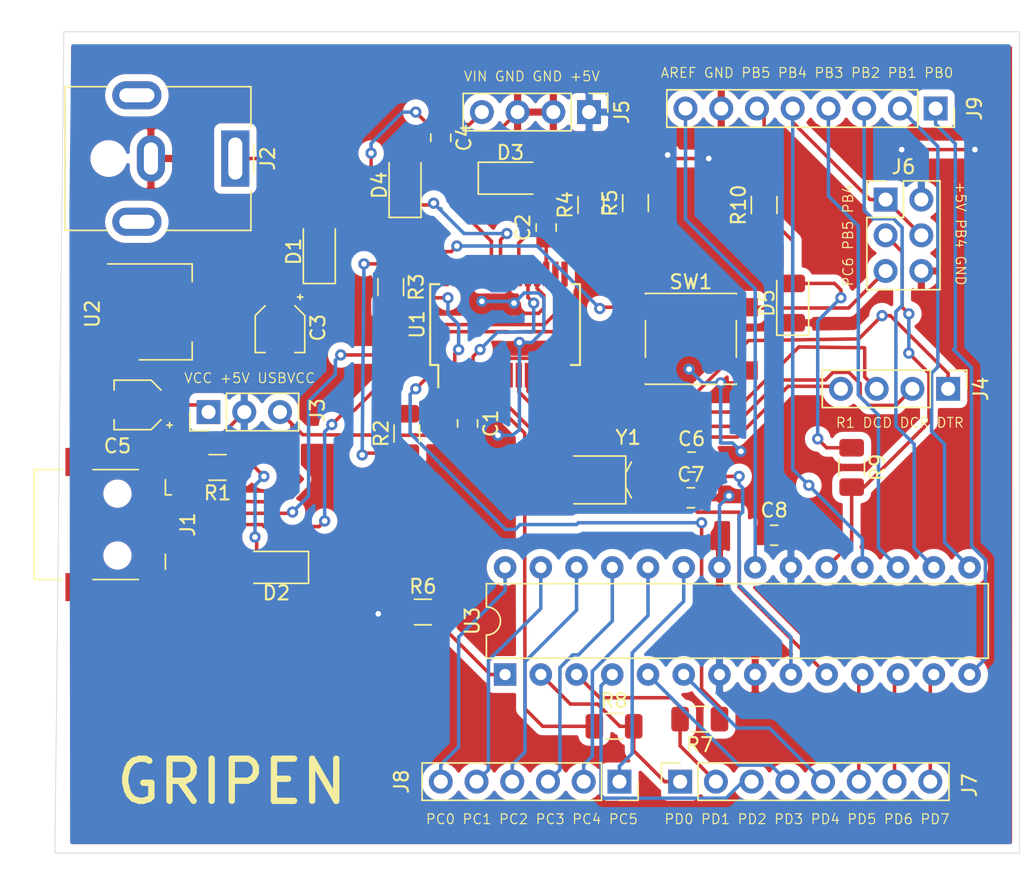
<source format=kicad_pcb>
(kicad_pcb (version 20171130) (host pcbnew "(5.1.5)-3")
  (layers (0 F.Cu signal) (31 B.Cu signal) (34 B.Paste user) (35 F.Paste user) (36 B.SilkS user) (37 F.SilkS user) (38 B.Mask user) (39 F.Mask user) (44 Edge.Cuts user))
  (net 0 "")
  (net 1 /USBVCC)
  (net 2 GND)
  (net 3 "Net-(C2-Pad1)")
  (net 4 /VIN)
  (net 5 /VCC)
  (net 6 "Net-(C6-Pad1)")
  (net 7 "Net-(C7-Pad1)")
  (net 8 +5V)
  (net 9 "Net-(D1-Pad2)")
  (net 10 "Net-(D2-Pad2)")
  (net 11 "Net-(D3-Pad1)")
  (net 12 "Net-(D3-Pad2)")
  (net 13 "Net-(D4-Pad2)")
  (net 14 "Net-(D4-Pad1)")
  (net 15 "Net-(D5-Pad2)")
  (net 16 "Net-(J1-Pad2)")
  (net 17 "Net-(J1-Pad3)")
  (net 18 "Net-(J4-Pad4)")
  (net 19 "Net-(J4-Pad3)")
  (net 20 "Net-(J4-Pad2)")
  (net 21 "Net-(J4-Pad1)")
  (net 22 /PB4)
  (net 23 /PB5)
  (net 24 "Net-(J6-Pad5)")
  (net 25 "Net-(J7-Pad1)")
  (net 26 "Net-(J7-Pad2)")
  (net 27 "Net-(J7-Pad3)")
  (net 28 "Net-(J7-Pad4)")
  (net 29 "Net-(J7-Pad5)")
  (net 30 "Net-(J7-Pad6)")
  (net 31 /PD0)
  (net 32 /PD1)
  (net 33 "Net-(J8-Pad3)")
  (net 34 "Net-(J8-Pad4)")
  (net 35 "Net-(J8-Pad5)")
  (net 36 "Net-(J8-Pad6)")
  (net 37 "Net-(J8-Pad7)")
  (net 38 "Net-(J8-Pad8)")
  (net 39 /AREF)
  (net 40 "Net-(J9-Pad6)")
  (net 41 "Net-(J9-Pad4)")
  (net 42 "Net-(J9-Pad3)")
  (net 43 "Net-(J9-Pad2)")
  (net 44 "Net-(J9-Pad1)")
  (net 45 "Net-(R2-Pad2)")
  (net 46 "Net-(R3-Pad2)")
  (net 47 /M8TXD)
  (net 48 /M8RXD)
  (net 49 "Net-(U1-Pad12)")
  (net 50 "Net-(U1-Pad13)")
  (net 51 "Net-(U1-Pad14)")
  (net 52 "Net-(U1-Pad27)")
  (net 53 "Net-(U1-Pad28)")
  (module Connector_USB:USB_Mini-B_Lumberg_2486_01_Horizontal (layer F.Cu) (at 113.665 116.332 270)
    (fp_text reference J1 (at 0 -5 90) (layer F.SilkS))
    (fp_text value USB_B_Mini)
    (pad 1 smd rect (at -1.6 -2.7 270) (size 0.5 2) (layers F.Cu F.Paste F.Mask) (net 1 /USBVCC))
    (pad 2 smd rect (at -0.8 -2.7 270) (size 0.5 2) (layers F.Cu F.Paste F.Mask) (net 16 "Net-(J1-Pad2)"))
    (pad 3 smd rect (at 0 -2.7 270) (size 0.5 2) (layers F.Cu F.Paste F.Mask) (net 17 "Net-(J1-Pad3)"))
    (pad 4 smd rect (at 0.8 -2.7 270) (size 0.5 2) (layers F.Cu F.Paste F.Mask) (net 2 GND))
    (pad 5 smd rect (at 1.6 -2.7 270) (size 0.5 2) (layers F.Cu F.Paste F.Mask) (net 2 GND))
    (pad 6 smd rect (at -4.45 -2.6 270) (size 2 1.7) (layers F.Cu F.Paste F.Mask) (net 2 GND))
    (pad 6 smd rect (at -4.45 2.85 270) (size 2 1.7) (layers F.Cu F.Paste F.Mask) (net 2 GND))
    (pad 6 smd rect (at 4.45 -2.6 270) (size 2 1.7) (layers F.Cu F.Paste F.Mask) (net 2 GND))
    (pad 6 smd rect (at 4.45 2.85 270) (size 2 1.7) (layers F.Cu F.Paste F.Mask) (net 2 GND))
    (pad "" np_thru_hole circle (at -2.2 0 270) (size 1 1) (drill 1) (layers *.Cu *.Mask))
    (pad "" np_thru_hole circle (at 2.2 0 270) (size 1 1) (drill 1) (layers *.Cu *.Mask))
  )
  (module Connector_PinSocket_2.54mm:PinSocket_1x08_P2.54mm_Vertical (layer F.Cu) (at 153.67 134.62 90)
    (fp_text reference J8 (at 0 -19.812 90) (layer F.SilkS))
    (fp_text value Conn_01x08_Female)
    (pad 1 thru_hole rect (at 0 0 90) (size 1.7 1.7) (drill 1) (layers *.Cu *.Mask) (net 31 /PD0))
    (pad 2 thru_hole oval (at 0 2.54 90) (size 1.7 1.7) (drill 1) (layers *.Cu *.Mask) (net 32 /PD1))
    (pad 3 thru_hole oval (at 0 5.08 90) (size 1.7 1.7) (drill 1) (layers *.Cu *.Mask) (net 33 "Net-(J8-Pad3)"))
    (pad 4 thru_hole oval (at 0 7.62 90) (size 1.7 1.7) (drill 1) (layers *.Cu *.Mask) (net 34 "Net-(J8-Pad4)"))
    (pad 5 thru_hole oval (at 0 10.16 90) (size 1.7 1.7) (drill 1) (layers *.Cu *.Mask) (net 35 "Net-(J8-Pad5)"))
    (pad 6 thru_hole oval (at 0 12.7 90) (size 1.7 1.7) (drill 1) (layers *.Cu *.Mask) (net 36 "Net-(J8-Pad6)"))
    (pad 7 thru_hole oval (at 0 15.24 90) (size 1.7 1.7) (drill 1) (layers *.Cu *.Mask) (net 37 "Net-(J8-Pad7)"))
    (pad 8 thru_hole oval (at 0 17.78 90) (size 1.7 1.7) (drill 1) (layers *.Cu *.Mask) (net 38 "Net-(J8-Pad8)"))
  )
  (module Capacitor_SMD:CP_Elec_3x5.3 (layer F.Cu) (at 125.222 102.338 270)
    (fp_text reference C3 (at 0 -2.7 90) (layer F.SilkS))
    (fp_text value 100u)
    (pad 2 smd rect (at 1.5 0 270) (size 2.2 1.6) (layers F.Cu F.Paste F.Mask) (net 2 GND))
    (pad 1 smd rect (at -1.5 0 270) (size 2.2 1.6) (layers F.Cu F.Paste F.Mask) (net 4 /VIN))
  )
  (module Capacitor_SMD:CP_Elec_3x5.3 (layer F.Cu) (at 115.189 107.823 180)
    (fp_text reference C5 (at 1.524 -2.921) (layer F.SilkS))
    (fp_text value 100u)
    (pad 1 smd rect (at -1.5 0 180) (size 2.2 1.6) (layers F.Cu F.Paste F.Mask) (net 5 /VCC))
    (pad 2 smd rect (at 1.5 0 180) (size 2.2 1.6) (layers F.Cu F.Paste F.Mask) (net 2 GND))
  )
  (module LED_SMD:LED_1206_3216Metric (layer F.Cu) (at 128.016 96.904 90)
    (fp_text reference D1 (at 0 -1.82 90) (layer F.SilkS))
    (fp_text value LED)
    (pad 1 smd roundrect (at -1.4 0 90) (size 1.25 1.75) (layers F.Cu F.Paste F.Mask) (roundrect_rratio 0.2) (net 4 /VIN))
    (pad 2 smd roundrect (at 1.4 0 90) (size 1.25 1.75) (layers F.Cu F.Paste F.Mask) (roundrect_rratio 0.2) (net 9 "Net-(D1-Pad2)"))
  )
  (module LED_SMD:LED_1206_3216Metric (layer F.Cu) (at 124.965 119.38 180)
    (fp_text reference D2 (at 0 -1.82) (layer F.SilkS))
    (fp_text value LED)
    (pad 2 smd roundrect (at 1.4 0 180) (size 1.25 1.75) (layers F.Cu F.Paste F.Mask) (roundrect_rratio 0.2) (net 10 "Net-(D2-Pad2)"))
    (pad 1 smd roundrect (at -1.4 0 180) (size 1.25 1.75) (layers F.Cu F.Paste F.Mask) (roundrect_rratio 0.2) (net 2 GND))
  )
  (module LED_SMD:LED_1206_3216Metric (layer F.Cu) (at 141.602 91.694)
    (fp_text reference D3 (at 0 -1.82) (layer F.SilkS))
    (fp_text value LED)
    (pad 1 smd roundrect (at -1.4 0) (size 1.25 1.75) (layers F.Cu F.Paste F.Mask) (roundrect_rratio 0.2) (net 11 "Net-(D3-Pad1)"))
    (pad 2 smd roundrect (at 1.4 0) (size 1.25 1.75) (layers F.Cu F.Paste F.Mask) (roundrect_rratio 0.2) (net 12 "Net-(D3-Pad2)"))
  )
  (module LED_SMD:LED_1206_3216Metric (layer F.Cu) (at 134.112 92.199 90)
    (fp_text reference D4 (at 0 -1.82 90) (layer F.SilkS))
    (fp_text value LED)
    (pad 2 smd roundrect (at 1.4 0 90) (size 1.25 1.75) (layers F.Cu F.Paste F.Mask) (roundrect_rratio 0.2) (net 13 "Net-(D4-Pad2)"))
    (pad 1 smd roundrect (at -1.4 0 90) (size 1.25 1.75) (layers F.Cu F.Paste F.Mask) (roundrect_rratio 0.2) (net 14 "Net-(D4-Pad1)"))
  )
  (module LED_SMD:LED_1206_3216Metric (layer F.Cu) (at 161.671 100.581 90)
    (fp_text reference D5 (at 0 -1.82 90) (layer F.SilkS))
    (fp_text value LED)
    (pad 1 smd roundrect (at -1.4 0 90) (size 1.25 1.75) (layers F.Cu F.Paste F.Mask) (roundrect_rratio 0.2) (net 2 GND))
    (pad 2 smd roundrect (at 1.4 0 90) (size 1.25 1.75) (layers F.Cu F.Paste F.Mask) (roundrect_rratio 0.2) (net 15 "Net-(D5-Pad2)"))
  )
  (module Connector_BarrelJack:BarrelJack_CUI_PJ-063AH_Horizontal (layer F.Cu) (at 122.047 90.297 270)
    (fp_text reference J2 (at 0 -2.3 90) (layer F.SilkS))
    (fp_text value Barrel_Jack_Switch)
    (pad 1 thru_hole rect (at 0 0 270) (size 4 2) (drill oval 3 1) (layers *.Cu *.Mask) (net 9 "Net-(D1-Pad2)"))
    (pad 2 thru_hole oval (at 0 6 270) (size 3.3 2) (drill oval 2.3 1) (layers *.Cu *.Mask) (net 2 GND))
    (pad MP thru_hole oval (at -4.5 7 270) (size 2 3.5) (drill oval 1 2.5) (layers *.Cu *.Mask))
    (pad MP thru_hole oval (at 4.5 7 270) (size 2 3.5) (drill oval 1 2.5) (layers *.Cu *.Mask))
    (pad "" np_thru_hole circle (at 0 9 270) (size 1.6 1.6) (drill 1.6) (layers *.Cu *.Mask))
  )
  (module Connector_PinHeader_2.54mm:PinHeader_2x03_P2.54mm_Vertical (layer F.Cu) (at 168.275 93.218)
    (fp_text reference J6 (at 1.27 -2.33) (layer F.SilkS))
    (fp_text value Conn_02x03_Odd_Even)
    (pad 1 thru_hole rect (at 0 0) (size 1.7 1.7) (drill 1) (layers *.Cu *.Mask) (net 22 /PB4))
    (pad 2 thru_hole oval (at 2.54 0) (size 1.7 1.7) (drill 1) (layers *.Cu *.Mask) (net 8 +5V))
    (pad 3 thru_hole oval (at 0 2.54) (size 1.7 1.7) (drill 1) (layers *.Cu *.Mask) (net 23 /PB5))
    (pad 4 thru_hole oval (at 2.54 2.54) (size 1.7 1.7) (drill 1) (layers *.Cu *.Mask) (net 22 /PB4))
    (pad 5 thru_hole oval (at 0 5.08) (size 1.7 1.7) (drill 1) (layers *.Cu *.Mask) (net 24 "Net-(J6-Pad5)"))
    (pad 6 thru_hole oval (at 2.54 5.08) (size 1.7 1.7) (drill 1) (layers *.Cu *.Mask) (net 2 GND))
  )
  (module Connector_PinSocket_2.54mm:PinSocket_1x06_P2.54mm_Vertical (layer F.Cu) (at 149.352 134.62 270)
    (fp_text reference J7 (at 0.254 -24.892 90) (layer F.SilkS))
    (fp_text value Conn_01x06_Female)
    (pad 1 thru_hole rect (at 0 0 270) (size 1.7 1.7) (drill 1) (layers *.Cu *.Mask) (net 25 "Net-(J7-Pad1)"))
    (pad 2 thru_hole oval (at 0 2.54 270) (size 1.7 1.7) (drill 1) (layers *.Cu *.Mask) (net 26 "Net-(J7-Pad2)"))
    (pad 3 thru_hole oval (at 0 5.08 270) (size 1.7 1.7) (drill 1) (layers *.Cu *.Mask) (net 27 "Net-(J7-Pad3)"))
    (pad 4 thru_hole oval (at 0 7.62 270) (size 1.7 1.7) (drill 1) (layers *.Cu *.Mask) (net 28 "Net-(J7-Pad4)"))
    (pad 5 thru_hole oval (at 0 10.16 270) (size 1.7 1.7) (drill 1) (layers *.Cu *.Mask) (net 29 "Net-(J7-Pad5)"))
    (pad 6 thru_hole oval (at 0 12.7 270) (size 1.7 1.7) (drill 1) (layers *.Cu *.Mask) (net 30 "Net-(J7-Pad6)"))
  )
  (module Connector_PinSocket_2.54mm:PinSocket_1x08_P2.54mm_Vertical (layer F.Cu) (at 171.831 86.741 270)
    (fp_text reference J9 (at 0 -2.77 90) (layer F.SilkS))
    (fp_text value Conn_01x08_Female)
    (pad 8 thru_hole oval (at 0 17.78 270) (size 1.7 1.7) (drill 1) (layers *.Cu *.Mask) (net 39 /AREF))
    (pad 7 thru_hole oval (at 0 15.24 270) (size 1.7 1.7) (drill 1) (layers *.Cu *.Mask) (net 2 GND))
    (pad 6 thru_hole oval (at 0 12.7 270) (size 1.7 1.7) (drill 1) (layers *.Cu *.Mask) (net 40 "Net-(J9-Pad6)"))
    (pad 5 thru_hole oval (at 0 10.16 270) (size 1.7 1.7) (drill 1) (layers *.Cu *.Mask) (net 22 /PB4))
    (pad 4 thru_hole oval (at 0 7.62 270) (size 1.7 1.7) (drill 1) (layers *.Cu *.Mask) (net 41 "Net-(J9-Pad4)"))
    (pad 3 thru_hole oval (at 0 5.08 270) (size 1.7 1.7) (drill 1) (layers *.Cu *.Mask) (net 42 "Net-(J9-Pad3)"))
    (pad 2 thru_hole oval (at 0 2.54 270) (size 1.7 1.7) (drill 1) (layers *.Cu *.Mask) (net 43 "Net-(J9-Pad2)"))
    (pad 1 thru_hole rect (at 0 0 270) (size 1.7 1.7) (drill 1) (layers *.Cu *.Mask) (net 44 "Net-(J9-Pad1)"))
  )
  (module Resistor_SMD:R_1206_3216Metric (layer F.Cu) (at 120.78 112.268 180)
    (fp_text reference R1 (at 0 -1.82) (layer F.SilkS))
    (fp_text value 470)
    (pad 1 smd roundrect (at -1.4 0 180) (size 1.25 1.75) (layers F.Cu F.Paste F.Mask) (roundrect_rratio 0.2) (net 10 "Net-(D2-Pad2)"))
    (pad 2 smd roundrect (at 1.4 0 180) (size 1.25 1.75) (layers F.Cu F.Paste F.Mask) (roundrect_rratio 0.2) (net 8 +5V))
  )
  (module Resistor_SMD:R_1206_3216Metric (layer F.Cu) (at 134.239 109.852 90)
    (fp_text reference R2 (at 0 -1.82 90) (layer F.SilkS))
    (fp_text value 100)
    (pad 2 smd roundrect (at 1.4 0 90) (size 1.25 1.75) (layers F.Cu F.Paste F.Mask) (roundrect_rratio 0.2) (net 45 "Net-(R2-Pad2)"))
    (pad 1 smd roundrect (at -1.4 0 90) (size 1.25 1.75) (layers F.Cu F.Paste F.Mask) (roundrect_rratio 0.2) (net 24 "Net-(J6-Pad5)"))
  )
  (module Resistor_SMD:R_1206_3216Metric (layer F.Cu) (at 133.096 99.444 270)
    (fp_text reference R3 (at 0 -1.82 90) (layer F.SilkS))
    (fp_text value 100)
    (pad 1 smd roundrect (at -1.4 0 270) (size 1.25 1.75) (layers F.Cu F.Paste F.Mask) (roundrect_rratio 0.2) (net 24 "Net-(J6-Pad5)"))
    (pad 2 smd roundrect (at 1.4 0 270) (size 1.25 1.75) (layers F.Cu F.Paste F.Mask) (roundrect_rratio 0.2) (net 46 "Net-(R3-Pad2)"))
  )
  (module Resistor_SMD:R_1206_3216Metric (layer F.Cu) (at 147.32 93.596 90)
    (fp_text reference R4 (at 0 -1.82 90) (layer F.SilkS))
    (fp_text value 220)
    (pad 1 smd roundrect (at -1.4 0 90) (size 1.25 1.75) (layers F.Cu F.Paste F.Mask) (roundrect_rratio 0.2) (net 1 /USBVCC))
    (pad 2 smd roundrect (at 1.4 0 90) (size 1.25 1.75) (layers F.Cu F.Paste F.Mask) (roundrect_rratio 0.2) (net 12 "Net-(D3-Pad2)"))
  )
  (module Resistor_SMD:R_1206_3216Metric (layer F.Cu) (at 150.495 93.469 90)
    (fp_text reference R5 (at 0 -1.82 90) (layer F.SilkS))
    (fp_text value 220)
    (pad 2 smd roundrect (at 1.4 0 90) (size 1.25 1.75) (layers F.Cu F.Paste F.Mask) (roundrect_rratio 0.2) (net 13 "Net-(D4-Pad2)"))
    (pad 1 smd roundrect (at -1.4 0 90) (size 1.25 1.75) (layers F.Cu F.Paste F.Mask) (roundrect_rratio 0.2) (net 1 /USBVCC))
  )
  (module Resistor_SMD:R_1206_3216Metric (layer F.Cu) (at 135.379 122.555)
    (fp_text reference R6 (at 0 -1.82) (layer F.SilkS))
    (fp_text value 10k)
    (pad 1 smd roundrect (at -1.4 0) (size 1.25 1.75) (layers F.Cu F.Paste F.Mask) (roundrect_rratio 0.2) (net 8 +5V))
    (pad 2 smd roundrect (at 1.4 0) (size 1.25 1.75) (layers F.Cu F.Paste F.Mask) (roundrect_rratio 0.2) (net 24 "Net-(J6-Pad5)"))
  )
  (module Resistor_SMD:R_1206_3216Metric (layer F.Cu) (at 155.064 130.175 180)
    (fp_text reference R7 (at 0 -1.82) (layer F.SilkS))
    (fp_text value 1k)
    (pad 2 smd roundrect (at 1.4 0 180) (size 1.25 1.75) (layers F.Cu F.Paste F.Mask) (roundrect_rratio 0.2) (net 32 /PD1))
    (pad 1 smd roundrect (at -1.4 0 180) (size 1.25 1.75) (layers F.Cu F.Paste F.Mask) (roundrect_rratio 0.2) (net 47 /M8TXD))
  )
  (module Resistor_SMD:R_1206_3216Metric (layer F.Cu) (at 148.968 130.683)
    (fp_text reference R8 (at 0 -1.82) (layer F.SilkS))
    (fp_text value 1k)
    (pad 2 smd roundrect (at 1.4 0) (size 1.25 1.75) (layers F.Cu F.Paste F.Mask) (roundrect_rratio 0.2) (net 31 /PD0))
    (pad 1 smd roundrect (at -1.4 0) (size 1.25 1.75) (layers F.Cu F.Paste F.Mask) (roundrect_rratio 0.2) (net 48 /M8RXD))
  )
  (module Resistor_SMD:R_1206_3216Metric (layer F.Cu) (at 165.862 112.271 270)
    (fp_text reference R9 (at 0 -1.82 90) (layer F.SilkS))
    (fp_text value 470)
    (pad 2 smd roundrect (at 1.4 0 270) (size 1.25 1.75) (layers F.Cu F.Paste F.Mask) (roundrect_rratio 0.2) (net 23 /PB5))
    (pad 1 smd roundrect (at -1.4 0 270) (size 1.25 1.75) (layers F.Cu F.Paste F.Mask) (roundrect_rratio 0.2) (net 15 "Net-(D5-Pad2)"))
  )
  (module Resistor_SMD:R_1206_3216Metric (layer F.Cu) (at 159.639 93.602 90)
    (fp_text reference R10 (at 0 -1.82 90) (layer F.SilkS))
    (fp_text value 470)
    (pad 1 smd roundrect (at -1.4 0 90) (size 1.25 1.75) (layers F.Cu F.Paste F.Mask) (roundrect_rratio 0.2) (net 15 "Net-(D5-Pad2)"))
    (pad 2 smd roundrect (at 1.4 0 90) (size 1.25 1.75) (layers F.Cu F.Paste F.Mask) (roundrect_rratio 0.2) (net 40 "Net-(J9-Pad6)"))
  )
  (module Button_Switch_SMD:SW_SPST_PTS645 (layer F.Cu) (at 154.432 103.124)
    (fp_text reference SW1 (at 0 -4.05) (layer F.SilkS))
    (fp_text value SW_DIP_x01)
    (pad 2 smd rect (at -3.98 2.25) (size 1.55 1.3) (layers F.Cu F.Paste F.Mask) (net 2 GND))
    (pad 1 smd rect (at -3.98 -2.25) (size 1.55 1.3) (layers F.Cu F.Paste F.Mask) (net 24 "Net-(J6-Pad5)"))
    (pad 1 smd rect (at 3.98 -2.25) (size 1.55 1.3) (layers F.Cu F.Paste F.Mask) (net 24 "Net-(J6-Pad5)"))
    (pad 2 smd rect (at 3.98 2.25) (size 1.55 1.3) (layers F.Cu F.Paste F.Mask) (net 2 GND))
  )
  (module Package_SO:SSOP-28_5.3x10.2mm_P0.65mm (layer F.Cu) (at 141.224 102.108 90)
    (fp_text reference U1 (at 0 -6.25 90) (layer F.SilkS))
    (fp_text value FT232RL_my)
    (pad 1 smd rect (at -3.6 -4.225 90) (size 1.75 0.45) (layers F.Cu F.Paste F.Mask) (net 47 /M8TXD))
    (pad 2 smd rect (at -3.6 -3.575 90) (size 1.75 0.45) (layers F.Cu F.Paste F.Mask) (net 46 "Net-(R3-Pad2)"))
    (pad 3 smd rect (at -3.6 -2.925 90) (size 1.75 0.45) (layers F.Cu F.Paste F.Mask) (net 45 "Net-(R2-Pad2)"))
    (pad 4 smd rect (at -3.6 -2.275 90) (size 1.75 0.45) (layers F.Cu F.Paste F.Mask) (net 1 /USBVCC))
    (pad 5 smd rect (at -3.6 -1.625 90) (size 1.75 0.45) (layers F.Cu F.Paste F.Mask) (net 48 /M8RXD))
    (pad 6 smd rect (at -3.6 -0.975 90) (size 1.75 0.45) (layers F.Cu F.Paste F.Mask) (net 18 "Net-(J4-Pad4)"))
    (pad 7 smd rect (at -3.6 -0.325 90) (size 1.75 0.45) (layers F.Cu F.Paste F.Mask) (net 2 GND))
    (pad 8 smd rect (at -3.6 0.325 90) (size 1.75 0.45) (layers F.Cu F.Paste F.Mask))
    (pad 9 smd rect (at -3.6 0.975 90) (size 1.75 0.45) (layers F.Cu F.Paste F.Mask) (net 20 "Net-(J4-Pad2)"))
    (pad 10 smd rect (at -3.6 1.625 90) (size 1.75 0.45) (layers F.Cu F.Paste F.Mask) (net 19 "Net-(J4-Pad3)"))
    (pad 11 smd rect (at -3.6 2.275 90) (size 1.75 0.45) (layers F.Cu F.Paste F.Mask) (net 21 "Net-(J4-Pad1)"))
    (pad 12 smd rect (at -3.6 2.925 90) (size 1.75 0.45) (layers F.Cu F.Paste F.Mask) (net 49 "Net-(U1-Pad12)"))
    (pad 13 smd rect (at -3.6 3.575 90) (size 1.75 0.45) (layers F.Cu F.Paste F.Mask) (net 50 "Net-(U1-Pad13)"))
    (pad 14 smd rect (at -3.6 4.225 90) (size 1.75 0.45) (layers F.Cu F.Paste F.Mask) (net 51 "Net-(U1-Pad14)"))
    (pad 15 smd rect (at 3.6 4.225 90) (size 1.75 0.45) (layers F.Cu F.Paste F.Mask) (net 17 "Net-(J1-Pad3)"))
    (pad 16 smd rect (at 3.6 3.575 90) (size 1.75 0.45) (layers F.Cu F.Paste F.Mask) (net 16 "Net-(J1-Pad2)"))
    (pad 17 smd rect (at 3.6 2.925 90) (size 1.75 0.45) (layers F.Cu F.Paste F.Mask) (net 3 "Net-(C2-Pad1)"))
    (pad 18 smd rect (at 3.6 2.275 90) (size 1.75 0.45) (layers F.Cu F.Paste F.Mask) (net 2 GND))
    (pad 19 smd rect (at 3.6 1.625 90) (size 1.75 0.45) (layers F.Cu F.Paste F.Mask) (net 1 /USBVCC))
    (pad 20 smd rect (at 3.6 0.975 90) (size 1.75 0.45) (layers F.Cu F.Paste F.Mask) (net 1 /USBVCC))
    (pad 21 smd rect (at 3.6 0.325 90) (size 1.75 0.45) (layers F.Cu F.Paste F.Mask) (net 2 GND))
    (pad 22 smd rect (at 3.6 -0.325 90) (size 1.75 0.45) (layers F.Cu F.Paste F.Mask) (net 14 "Net-(D4-Pad1)"))
    (pad 23 smd rect (at 3.6 -0.975 90) (size 1.75 0.45) (layers F.Cu F.Paste F.Mask) (net 11 "Net-(D3-Pad1)"))
    (pad 24 smd rect (at 3.6 -1.625 90) (size 1.75 0.45) (layers F.Cu F.Paste F.Mask))
    (pad 25 smd rect (at 3.6 -2.275 90) (size 1.75 0.45) (layers F.Cu F.Paste F.Mask) (net 2 GND))
    (pad 26 smd rect (at 3.6 -2.925 90) (size 1.75 0.45) (layers F.Cu F.Paste F.Mask) (net 2 GND))
    (pad 27 smd rect (at 3.6 -3.575 90) (size 1.75 0.45) (layers F.Cu F.Paste F.Mask) (net 52 "Net-(U1-Pad27)"))
    (pad 28 smd rect (at 3.6 -4.225 90) (size 1.75 0.45) (layers F.Cu F.Paste F.Mask) (net 53 "Net-(U1-Pad28)"))
  )
  (module Package_TO_SOT_SMD:SOT-223 (layer F.Cu) (at 117.069 101.205)
    (fp_text reference U2 (at -5.182 0.141 270) (layer F.SilkS))
    (fp_text value L7805)
    (pad 4 smd rect (at 3.15 0) (size 2 3.8) (layers F.Cu F.Paste F.Mask))
    (pad 2 smd rect (at -3.15 0) (size 2 1.5) (layers F.Cu F.Paste F.Mask) (net 2 GND))
    (pad 3 smd rect (at -3.15 2.3) (size 2 1.5) (layers F.Cu F.Paste F.Mask) (net 5 /VCC))
    (pad 1 smd rect (at -3.15 -2.3) (size 2 1.5) (layers F.Cu F.Paste F.Mask) (net 4 /VIN))
  )
  (module Package_DIP:DIP-28_W7.62mm (layer F.Cu) (at 141.224 127 90)
    (fp_text reference U3 (at 3.81 -2.33 90) (layer F.SilkS))
    (fp_text value ATmega8-16PU)
    (pad 1 thru_hole rect (at 0 0 90) (size 1.6 1.6) (drill 0.8) (layers *.Cu *.Mask) (net 24 "Net-(J6-Pad5)"))
    (pad 15 thru_hole oval (at 7.62 33.02 90) (size 1.6 1.6) (drill 0.8) (layers *.Cu *.Mask) (net 43 "Net-(J9-Pad2)"))
    (pad 2 thru_hole oval (at 0 2.54 90) (size 1.6 1.6) (drill 0.8) (layers *.Cu *.Mask) (net 31 /PD0))
    (pad 16 thru_hole oval (at 7.62 30.48 90) (size 1.6 1.6) (drill 0.8) (layers *.Cu *.Mask) (net 42 "Net-(J9-Pad3)"))
    (pad 3 thru_hole oval (at 0 5.08 90) (size 1.6 1.6) (drill 0.8) (layers *.Cu *.Mask) (net 32 /PD1))
    (pad 17 thru_hole oval (at 7.62 27.94 90) (size 1.6 1.6) (drill 0.8) (layers *.Cu *.Mask) (net 41 "Net-(J9-Pad4)"))
    (pad 4 thru_hole oval (at 0 7.62 90) (size 1.6 1.6) (drill 0.8) (layers *.Cu *.Mask) (net 33 "Net-(J8-Pad3)"))
    (pad 18 thru_hole oval (at 7.62 25.4 90) (size 1.6 1.6) (drill 0.8) (layers *.Cu *.Mask) (net 22 /PB4))
    (pad 5 thru_hole oval (at 0 10.16 90) (size 1.6 1.6) (drill 0.8) (layers *.Cu *.Mask) (net 34 "Net-(J8-Pad4)"))
    (pad 19 thru_hole oval (at 7.62 22.86 90) (size 1.6 1.6) (drill 0.8) (layers *.Cu *.Mask) (net 23 /PB5))
    (pad 6 thru_hole oval (at 0 12.7 90) (size 1.6 1.6) (drill 0.8) (layers *.Cu *.Mask) (net 35 "Net-(J8-Pad5)"))
    (pad 20 thru_hole oval (at 7.62 20.32 90) (size 1.6 1.6) (drill 0.8) (layers *.Cu *.Mask) (net 8 +5V))
    (pad 7 thru_hole oval (at 0 15.24 90) (size 1.6 1.6) (drill 0.8) (layers *.Cu *.Mask) (net 8 +5V))
    (pad 21 thru_hole oval (at 7.62 17.78 90) (size 1.6 1.6) (drill 0.8) (layers *.Cu *.Mask) (net 39 /AREF))
    (pad 8 thru_hole oval (at 0 17.78 90) (size 1.6 1.6) (drill 0.8) (layers *.Cu *.Mask) (net 2 GND))
    (pad 22 thru_hole oval (at 7.62 15.24 90) (size 1.6 1.6) (drill 0.8) (layers *.Cu *.Mask) (net 2 GND))
    (pad 9 thru_hole oval (at 0 20.32 90) (size 1.6 1.6) (drill 0.8) (layers *.Cu *.Mask) (net 6 "Net-(C6-Pad1)"))
    (pad 23 thru_hole oval (at 7.62 12.7 90) (size 1.6 1.6) (drill 0.8) (layers *.Cu *.Mask) (net 25 "Net-(J7-Pad1)"))
    (pad 10 thru_hole oval (at 0 22.86 90) (size 1.6 1.6) (drill 0.8) (layers *.Cu *.Mask) (net 7 "Net-(C7-Pad1)"))
    (pad 24 thru_hole oval (at 7.62 10.16 90) (size 1.6 1.6) (drill 0.8) (layers *.Cu *.Mask) (net 26 "Net-(J7-Pad2)"))
    (pad 11 thru_hole oval (at 0 25.4 90) (size 1.6 1.6) (drill 0.8) (layers *.Cu *.Mask) (net 36 "Net-(J8-Pad6)"))
    (pad 25 thru_hole oval (at 7.62 7.62 90) (size 1.6 1.6) (drill 0.8) (layers *.Cu *.Mask) (net 27 "Net-(J7-Pad3)"))
    (pad 12 thru_hole oval (at 0 27.94 90) (size 1.6 1.6) (drill 0.8) (layers *.Cu *.Mask) (net 37 "Net-(J8-Pad7)"))
    (pad 26 thru_hole oval (at 7.62 5.08 90) (size 1.6 1.6) (drill 0.8) (layers *.Cu *.Mask) (net 28 "Net-(J7-Pad4)"))
    (pad 13 thru_hole oval (at 0 30.48 90) (size 1.6 1.6) (drill 0.8) (layers *.Cu *.Mask) (net 38 "Net-(J8-Pad8)"))
    (pad 27 thru_hole oval (at 7.62 2.54 90) (size 1.6 1.6) (drill 0.8) (layers *.Cu *.Mask) (net 29 "Net-(J7-Pad5)"))
    (pad 14 thru_hole oval (at 0 33.02 90) (size 1.6 1.6) (drill 0.8) (layers *.Cu *.Mask) (net 44 "Net-(J9-Pad1)"))
    (pad 28 thru_hole oval (at 7.62 0 90) (size 1.6 1.6) (drill 0.8) (layers *.Cu *.Mask) (net 30 "Net-(J7-Pad6)"))
  )
  (module Crystal:Crystal_SMD_MicroCrystal_MS1V-T1K (layer F.Cu) (at 147.703 113.157 270)
    (fp_text reference Y1 (at -3.02 -2.275) (layer F.SilkS))
    (fp_text value 16MHz)
    (pad 1 smd rect (at -1.27 -3.5 270) (size 1 1.6) (layers F.Cu F.Paste F.Mask) (net 6 "Net-(C6-Pad1)"))
    (pad 2 smd rect (at 1.27 -3.5 270) (size 1 1.6) (layers F.Cu F.Paste F.Mask) (net 7 "Net-(C7-Pad1)"))
    (pad 3 smd rect (at 0 3.05 270) (size 3 2.5) (layers F.Cu F.Paste F.Mask))
  )
  (module Capacitor_SMD:C_0805_2012Metric (layer F.Cu) (at 138.557 109.1415 270)
    (fp_text reference C1 (at 0 -1.65 90) (layer F.SilkS))
    (fp_text value 100n)
    (pad 2 smd roundrect (at 0.9375 0 270) (size 0.975 1.4) (layers F.Cu F.Paste F.Mask) (net 2 GND))
    (pad 1 smd roundrect (at -0.9375 0 270) (size 0.975 1.4) (layers F.Cu F.Paste F.Mask) (net 1 /USBVCC))
  )
  (module Capacitor_SMD:C_0805_2012Metric (layer F.Cu) (at 144.145 95.2015 90)
    (fp_text reference C2 (at 0 -1.65 90) (layer F.SilkS))
    (fp_text value 100n)
    (pad 1 smd roundrect (at -0.9375 0 90) (size 0.975 1.4) (layers F.Cu F.Paste F.Mask) (net 3 "Net-(C2-Pad1)"))
    (pad 2 smd roundrect (at 0.9375 0 90) (size 0.975 1.4) (layers F.Cu F.Paste F.Mask) (net 2 GND))
  )
  (module Capacitor_SMD:C_0805_2012Metric (layer F.Cu) (at 136.652 88.8215 270)
    (fp_text reference C4 (at 0 -1.65 90) (layer F.SilkS))
    (fp_text value 100n)
    (pad 1 smd roundrect (at -0.9375 0 270) (size 0.975 1.4) (layers F.Cu F.Paste F.Mask) (net 4 /VIN))
    (pad 2 smd roundrect (at 0.9375 0 270) (size 0.975 1.4) (layers F.Cu F.Paste F.Mask) (net 2 GND))
  )
  (module Capacitor_SMD:C_0805_2012Metric (layer F.Cu) (at 154.4805 111.887)
    (fp_text reference C6 (at 0 -1.65 180) (layer F.SilkS))
    (fp_text value 22p)
    (pad 2 smd roundrect (at 0.9375 0) (size 0.975 1.4) (layers F.Cu F.Paste F.Mask) (net 2 GND))
    (pad 1 smd roundrect (at -0.9375 0) (size 0.975 1.4) (layers F.Cu F.Paste F.Mask) (net 6 "Net-(C6-Pad1)"))
  )
  (module Capacitor_SMD:C_0805_2012Metric (layer F.Cu) (at 154.432 114.427)
    (fp_text reference C7 (at 0 -1.65) (layer F.SilkS))
    (fp_text value 22p)
    (pad 1 smd roundrect (at -0.9375 0) (size 0.975 1.4) (layers F.Cu F.Paste F.Mask) (net 7 "Net-(C7-Pad1)"))
    (pad 2 smd roundrect (at 0.9375 0) (size 0.975 1.4) (layers F.Cu F.Paste F.Mask) (net 2 GND))
  )
  (module Capacitor_SMD:C_0805_2012Metric (layer F.Cu) (at 160.3525 117.094 180)
    (fp_text reference C8 (at 0 1.778) (layer F.SilkS))
    (fp_text value 100n)
    (pad 2 smd roundrect (at 0.9375 0 180) (size 0.975 1.4) (layers F.Cu F.Paste F.Mask) (net 2 GND))
    (pad 1 smd roundrect (at -0.9375 0 180) (size 0.975 1.4) (layers F.Cu F.Paste F.Mask) (net 8 +5V))
  )
  (module Connector_PinHeader_2.54mm:PinHeader_1x03_P2.54mm_Vertical (layer F.Cu) (at 120.142 108.331 90)
    (fp_text reference J3 (at 0.127 7.747 90) (layer F.SilkS))
    (fp_text value Conn_01x03)
    (pad 1 thru_hole rect (at 0 0 90) (size 1.7 1.7) (drill 1) (layers *.Cu *.Mask) (net 5 /VCC))
    (pad 2 thru_hole oval (at 0 2.54 90) (size 1.7 1.7) (drill 1) (layers *.Cu *.Mask) (net 8 +5V))
    (pad 3 thru_hole oval (at 0 5.08 90) (size 1.7 1.7) (drill 1) (layers *.Cu *.Mask) (net 1 /USBVCC))
  )
  (module Connector_PinHeader_2.54mm:PinHeader_1x04_P2.54mm_Vertical (layer F.Cu) (at 172.72 106.68 270)
    (fp_text reference J4 (at 0 -2.33 90) (layer F.SilkS))
    (fp_text value Conn_01x04)
    (pad 4 thru_hole oval (at 0 7.62 270) (size 1.7 1.7) (drill 1) (layers *.Cu *.Mask) (net 18 "Net-(J4-Pad4)"))
    (pad 3 thru_hole oval (at 0 5.08 270) (size 1.7 1.7) (drill 1) (layers *.Cu *.Mask) (net 19 "Net-(J4-Pad3)"))
    (pad 2 thru_hole oval (at 0 2.54 270) (size 1.7 1.7) (drill 1) (layers *.Cu *.Mask) (net 20 "Net-(J4-Pad2)"))
    (pad 1 thru_hole rect (at 0 0 270) (size 1.7 1.7) (drill 1) (layers *.Cu *.Mask) (net 21 "Net-(J4-Pad1)"))
  )
  (module Connector_PinHeader_2.54mm:PinHeader_1x04_P2.54mm_Vertical (layer F.Cu) (at 147.193 86.995 270)
    (fp_text reference J5 (at 0 -2.33 90) (layer F.SilkS))
    (fp_text value Conn_01x04)
    (pad 1 thru_hole rect (at 0 0 270) (size 1.7 1.7) (drill 1) (layers *.Cu *.Mask) (net 8 +5V))
    (pad 2 thru_hole oval (at 0 2.54 270) (size 1.7 1.7) (drill 1) (layers *.Cu *.Mask) (net 2 GND))
    (pad 3 thru_hole oval (at 0 5.08 270) (size 1.7 1.7) (drill 1) (layers *.Cu *.Mask) (net 2 GND))
    (pad 4 thru_hole oval (at 0 7.62 270) (size 1.7 1.7) (drill 1) (layers *.Cu *.Mask) (net 4 /VIN))
  )
  (gr_text "VCC +5V USBVCC" (at 123.063 105.918) (layer F.SilkS) (effects (font (size 0.7 0.7) (thickness 0.08))))
  (gr_text "R1 DCD DCR DTR" (at 169.291 109.093) (layer F.SilkS) (effects (font (size 0.7 0.7) (thickness 0.08))))
  (gr_text "PC6 PB5 PB4" (at 165.608 95.758 90) (layer F.SilkS) (effects (font (size 0.7 0.7) (thickness 0.08))))
  (gr_text "+5V PB4 GND" (at 173.609 95.631 270) (layer F.SilkS) (effects (font (size 0.7 0.7) (thickness 0.08))))
  (gr_text "VIN GND GND +5V" (at 143.129 84.455) (layer F.SilkS) (effects (font (size 0.7 0.7) (thickness 0.08))))
  (gr_text "AREF GND PB5 PB4 PB3 PB2 PB1 PB0" (at 162.687 84.201) (layer F.SilkS) (effects (font (size 0.7 0.7) (thickness 0.08))))
  (gr_text "PC0 PC1 PC2 PC3 PC4 PC5" (at 143.129 137.287) (layer F.SilkS) (effects (font (size 0.7 0.7) (thickness 0.08))))
  (gr_text "PD0 PD1 PD2 PD3 PD4 PD5 PD6 PD7" (at 162.687 137.287) (layer F.SilkS) (effects (font (size 0.7 0.7) (thickness 0.08))))
  (gr_text GRIPEN (at 121.793 134.62) (layer F.SilkS) (effects (font (size 3 3) (thickness 0.45))))
  (gr_line (start 177.8 81.28) (end 177.8 139.7) (layer Edge.Cuts) (width 0.05))
  (gr_line (start 109.855 81.28) (end 177.8 81.28) (layer Edge.Cuts) (width 0.05))
  (gr_line (start 109.22 139.7) (end 109.855 81.28) (layer Edge.Cuts) (width 0.05))
  (gr_line (start 177.8 139.7) (end 109.22 139.7) (layer Edge.Cuts) (width 0.05))
  (segment (start 142.849 98.508) (end 142.199 98.508) (width 0.25) (layer F.Cu) (net 1))
  (via (at 139.446 103.886) (size 0.8) (drill 0.4) (layers F.Cu B.Cu) (net 1))
  (segment (start 138.949 105.708) (end 138.949 104.383) (width 0.25) (layer F.Cu) (net 1))
  (segment (start 138.949 104.383) (end 139.446 103.886) (width 0.25) (layer F.Cu) (net 1))
  (segment (start 138.938 105.719) (end 138.949 105.708) (width 0.25) (layer F.Cu) (net 1))
  (segment (start 143.17951 95.32649) (end 142.199 96.307) (width 0.25) (layer F.Cu) (net 1))
  (segment (start 146.11451 95.32649) (end 143.17951 95.32649) (width 0.25) (layer F.Cu) (net 1))
  (segment (start 147.32 94.996) (end 146.445 94.996) (width 0.25) (layer F.Cu) (net 1))
  (segment (start 142.199 98.508) (end 142.199 96.307) (width 0.25) (layer F.Cu) (net 1))
  (segment (start 142.849 98.508) (end 142.849 99.633) (width 0.25) (layer F.Cu) (net 1))
  (segment (start 139.845999 103.486001) (end 139.446 103.886) (width 0.25) (layer B.Cu) (net 1))
  (segment (start 140.679001 102.652999) (end 139.845999 103.486001) (width 0.25) (layer B.Cu) (net 1))
  (via (at 143.256 100.584) (size 0.8) (drill 0.4) (layers F.Cu B.Cu) (net 1))
  (segment (start 142.849 99.633) (end 142.849 100.177) (width 0.25) (layer F.Cu) (net 1))
  (segment (start 142.849 100.177) (end 143.256 100.584) (width 0.25) (layer F.Cu) (net 1))
  (segment (start 143.256 100.584) (end 143.256 102.616) (width 0.25) (layer B.Cu) (net 1))
  (segment (start 143.256 102.616) (end 140.679001 102.652999) (width 0.25) (layer B.Cu) (net 1))
  (segment (start 125.171 114.732) (end 122.047 114.681) (width 0.25) (layer F.Cu) (net 1))
  (segment (start 122.047 114.681) (end 116.365 114.732) (width 0.25) (layer F.Cu) (net 1))
  (segment (start 126.071999 109.180999) (end 126.071999 112.355999) (width 0.25) (layer F.Cu) (net 1))
  (segment (start 125.222 108.331) (end 126.071999 109.180999) (width 0.25) (layer F.Cu) (net 1))
  (segment (start 126.071999 112.355999) (end 126.8095 113.0935) (width 0.25) (layer F.Cu) (net 1))
  (segment (start 126.8095 113.0935) (end 125.171 114.732) (width 0.25) (layer F.Cu) (net 1))
  (segment (start 147.32 94.996) (end 147.32 94.371) (width 0.25) (layer F.Cu) (net 1))
  (segment (start 146.445 94.996) (end 146.11451 95.32649) (width 0.25) (layer F.Cu) (net 1))
  (segment (start 147.447 94.869) (end 147.32 94.996) (width 0.25) (layer F.Cu) (net 1))
  (segment (start 150.495 94.869) (end 147.447 94.869) (width 0.25) (layer F.Cu) (net 1))
  (segment (start 138.452473 108.435527) (end 138.938 107.95) (width 0.25) (layer F.Cu) (net 1))
  (segment (start 125.222 108.331) (end 126.836001 109.945001) (width 0.25) (layer F.Cu) (net 1))
  (segment (start 139.042527 107.718473) (end 138.557 108.204) (width 0.25) (layer F.Cu) (net 1))
  (segment (start 139.042527 105.895527) (end 139.042527 107.718473) (width 0.25) (layer F.Cu) (net 1))
  (segment (start 138.949 105.802) (end 139.042527 105.895527) (width 0.25) (layer F.Cu) (net 1))
  (segment (start 138.949 105.708) (end 138.949 105.802) (width 0.25) (layer F.Cu) (net 1))
  (segment (start 137.857 108.204) (end 136.079 109.982) (width 0.25) (layer F.Cu) (net 1))
  (segment (start 138.557 108.204) (end 137.857 108.204) (width 0.25) (layer F.Cu) (net 1))
  (segment (start 126.836001 109.945001) (end 134.62 109.982) (width 0.25) (layer F.Cu) (net 1))
  (segment (start 136.079 109.982) (end 134.62 109.982) (width 0.25) (layer F.Cu) (net 1))
  (segment (start 134.62 109.982) (end 134.853997 109.945001) (width 0.25) (layer F.Cu) (net 1))
  (segment (start 140.974001 104.507999) (end 140.899 104.583) (width 0.25) (layer F.Cu) (net 2))
  (segment (start 149.427 105.374) (end 148.560999 104.507999) (width 0.25) (layer F.Cu) (net 2))
  (segment (start 148.560999 104.507999) (end 140.974001 104.507999) (width 0.25) (layer F.Cu) (net 2))
  (segment (start 150.452 105.374) (end 149.427 105.374) (width 0.25) (layer F.Cu) (net 2))
  (via (at 154.305 105.283) (size 0.8) (drill 0.4) (layers F.Cu B.Cu) (net 2))
  (segment (start 150.452 105.374) (end 154.214 105.374) (width 0.25) (layer F.Cu) (net 2))
  (segment (start 154.214 105.374) (end 154.305 105.283) (width 0.25) (layer F.Cu) (net 2))
  (segment (start 154.305 105.283) (end 155.276652 106.254652) (width 0.25) (layer B.Cu) (net 2))
  (via (at 156.546652 106.254652) (size 0.8) (drill 0.4) (layers F.Cu B.Cu) (net 2))
  (segment (start 155.276652 106.254652) (end 156.546652 106.254652) (width 0.25) (layer B.Cu) (net 2))
  (segment (start 157.531348 106.254652) (end 158.412 105.374) (width 0.25) (layer F.Cu) (net 2))
  (segment (start 156.546652 106.254652) (end 157.531348 106.254652) (width 0.25) (layer F.Cu) (net 2))
  (segment (start 143.499 98.287) (end 143.51 98.276) (width 0.25) (layer F.Cu) (net 2))
  (segment (start 143.499 98.508) (end 143.499 98.287) (width 0.25) (layer F.Cu) (net 2))
  (segment (start 156.546652 106.254652) (end 156.546652 110.534348) (width 0.25) (layer B.Cu) (net 2))
  (segment (start 159.385 127.381) (end 159.004 127) (width 0.25) (layer F.Cu) (net 2))
  (segment (start 141.549 99.633) (end 141.549 98.508) (width 0.25) (layer F.Cu) (net 2))
  (segment (start 143.499 98.508) (end 143.499 99.543002) (width 0.25) (layer F.Cu) (net 2))
  (segment (start 138.299 98.508) (end 138.949 98.508) (width 0.25) (layer F.Cu) (net 2))
  (segment (start 116.365 117.132) (end 116.365 117.932) (width 0.25) (layer F.Cu) (net 2))
  (via (at 142.24 103.378) (size 0.8) (drill 0.4) (layers F.Cu B.Cu) (net 2))
  (segment (start 142.24 109.257) (end 142.24 103.378) (width 0.25) (layer B.Cu) (net 2))
  (segment (start 158.75 127) (end 159.004 127) (width 0.25) (layer B.Cu) (net 2))
  (via (at 139.573 100.457) (size 0.8) (drill 0.4) (layers F.Cu B.Cu) (net 2))
  (segment (start 138.949 98.508) (end 138.949 99.833) (width 0.25) (layer F.Cu) (net 2))
  (segment (start 138.949 99.833) (end 139.573 100.457) (width 0.25) (layer F.Cu) (net 2))
  (segment (start 139.573 100.457) (end 141.732 100.457) (width 0.25) (layer B.Cu) (net 2))
  (via (at 141.859 100.584) (size 0.8) (drill 0.4) (layers F.Cu B.Cu) (net 2))
  (segment (start 141.732 100.457) (end 141.859 100.584) (width 0.25) (layer B.Cu) (net 2))
  (segment (start 141.549 100.274) (end 141.549 98.508) (width 0.25) (layer F.Cu) (net 2))
  (segment (start 141.859 100.584) (end 141.549 100.274) (width 0.25) (layer F.Cu) (net 2))
  (segment (start 143.981001 100.025003) (end 143.499 99.543002) (width 0.25) (layer F.Cu) (net 2))
  (segment (start 143.604001 101.309001) (end 143.981001 100.932001) (width 0.25) (layer F.Cu) (net 2))
  (segment (start 142.584001 101.309001) (end 143.604001 101.309001) (width 0.25) (layer F.Cu) (net 2))
  (segment (start 143.981001 100.932001) (end 143.981001 100.025003) (width 0.25) (layer F.Cu) (net 2))
  (segment (start 141.859 100.584) (end 142.584001 101.309001) (width 0.25) (layer F.Cu) (net 2))
  (segment (start 142.584001 99.858999) (end 142.258999 100.184001) (width 0.25) (layer B.Cu) (net 2))
  (segment (start 143.604001 99.858999) (end 142.584001 99.858999) (width 0.25) (layer B.Cu) (net 2))
  (segment (start 143.981001 100.235999) (end 143.604001 99.858999) (width 0.25) (layer B.Cu) (net 2))
  (segment (start 143.981001 102.527409) (end 143.981001 100.235999) (width 0.25) (layer B.Cu) (net 2))
  (segment (start 142.258999 100.184001) (end 141.859 100.584) (width 0.25) (layer B.Cu) (net 2))
  (segment (start 143.13041 103.378) (end 143.981001 102.527409) (width 0.25) (layer B.Cu) (net 2))
  (segment (start 142.24 103.378) (end 143.13041 103.378) (width 0.25) (layer B.Cu) (net 2))
  (segment (start 140.899 104.583) (end 142.104 103.378) (width 0.25) (layer F.Cu) (net 2))
  (segment (start 142.104 103.378) (end 142.24 103.378) (width 0.25) (layer F.Cu) (net 2))
  (segment (start 140.899 105.708) (end 140.899 104.583) (width 0.25) (layer F.Cu) (net 2))
  (segment (start 139.349 89.759) (end 142.113 86.995) (width 0.25) (layer F.Cu) (net 2))
  (segment (start 136.652 89.759) (end 139.349 89.759) (width 0.25) (layer F.Cu) (net 2))
  (via (at 157.988 111.125) (size 0.8) (drill 0.4) (layers F.Cu B.Cu) (net 2))
  (segment (start 156.546652 110.534348) (end 157.397348 110.534348) (width 0.25) (layer B.Cu) (net 2))
  (segment (start 157.397348 110.534348) (end 157.988 111.125) (width 0.25) (layer B.Cu) (net 2))
  (segment (start 142.24 109.257) (end 142.24 109.601) (width 0.25) (layer B.Cu) (net 2))
  (via (at 140.716 109.982) (size 0.8) (drill 0.4) (layers F.Cu B.Cu) (net 2))
  (segment (start 138.557 110.079) (end 140.619 110.079) (width 0.25) (layer F.Cu) (net 2))
  (segment (start 140.619 110.079) (end 140.716 109.982) (width 0.25) (layer F.Cu) (net 2))
  (segment (start 141.281685 109.982) (end 141.732 109.982) (width 0.25) (layer B.Cu) (net 2))
  (segment (start 140.716 109.982) (end 141.281685 109.982) (width 0.25) (layer B.Cu) (net 2))
  (segment (start 142.24 109.601) (end 141.732 109.982) (width 0.25) (layer B.Cu) (net 2))
  (via (at 157.136 114.3) (size 0.8) (drill 0.4) (layers F.Cu B.Cu) (net 2))
  (segment (start 156.464 119.38) (end 156.464 114.972) (width 0.25) (layer B.Cu) (net 2))
  (segment (start 156.464 114.972) (end 157.136 114.3) (width 0.25) (layer B.Cu) (net 2))
  (segment (start 144.145 98.504) (end 144.149 98.508) (width 0.25) (layer F.Cu) (net 3))
  (segment (start 144.145 96.139) (end 144.145 98.504) (width 0.25) (layer F.Cu) (net 3))
  (segment (start 127.141 98.304) (end 128.016 98.304) (width 0.25) (layer F.Cu) (net 4))
  (segment (start 126.406 98.304) (end 127.141 98.304) (width 0.25) (layer F.Cu) (net 4))
  (segment (start 125.222 99.488) (end 126.406 98.304) (width 0.25) (layer F.Cu) (net 4))
  (segment (start 125.222 100.838) (end 125.222 99.488) (width 0.25) (layer F.Cu) (net 4))
  (segment (start 122.239 98.905) (end 115.169 98.905) (width 0.25) (layer F.Cu) (net 4))
  (segment (start 124.172 100.838) (end 122.239 98.905) (width 0.25) (layer F.Cu) (net 4))
  (segment (start 115.169 98.905) (end 113.919 98.905) (width 0.25) (layer F.Cu) (net 4))
  (segment (start 125.222 100.838) (end 124.172 100.838) (width 0.25) (layer F.Cu) (net 4))
  (segment (start 128.891 98.304) (end 131.699 95.496) (width 0.25) (layer F.Cu) (net 4))
  (segment (start 128.016 98.304) (end 128.891 98.304) (width 0.25) (layer F.Cu) (net 4))
  (via (at 131.699 89.916) (size 0.8) (drill 0.4) (layers F.Cu B.Cu) (net 4))
  (segment (start 131.699 89.223998) (end 133.927998 86.995) (width 0.25) (layer B.Cu) (net 4))
  (segment (start 131.699 89.916) (end 131.699 89.223998) (width 0.25) (layer B.Cu) (net 4))
  (segment (start 138.684 87.884) (end 136.652 87.884) (width 0.25) (layer F.Cu) (net 4))
  (segment (start 139.573 86.995) (end 138.684 87.884) (width 0.25) (layer F.Cu) (net 4))
  (via (at 134.874 86.995) (size 0.8) (drill 0.4) (layers F.Cu B.Cu) (net 4))
  (segment (start 135.763 87.884) (end 134.874 86.995) (width 0.25) (layer F.Cu) (net 4))
  (segment (start 136.652 87.884) (end 135.763 87.884) (width 0.25) (layer F.Cu) (net 4))
  (segment (start 133.927998 86.995) (end 134.874 86.995) (width 0.25) (layer B.Cu) (net 4))
  (segment (start 131.699 89.916) (end 131.699 95.496) (width 0.25) (layer F.Cu) (net 4))
  (segment (start 119.634 107.823) (end 120.142 108.331) (width 0.25) (layer F.Cu) (net 5))
  (segment (start 116.689 107.823) (end 119.634 107.823) (width 0.25) (layer F.Cu) (net 5))
  (segment (start 115.169 103.505) (end 113.919 103.505) (width 0.25) (layer F.Cu) (net 5))
  (segment (start 116.689 105.025) (end 115.169 103.505) (width 0.25) (layer F.Cu) (net 5))
  (segment (start 116.689 107.823) (end 116.689 105.025) (width 0.25) (layer F.Cu) (net 5))
  (via (at 157.861 112.903) (size 0.8) (drill 0.4) (layers F.Cu B.Cu) (net 6))
  (segment (start 157.85199 112.91201) (end 157.861 112.903) (width 0.25) (layer F.Cu) (net 6))
  (segment (start 157.878999 118.889999) (end 157.878999 120.667999) (width 0.25) (layer B.Cu) (net 6))
  (segment (start 157.861 118.872) (end 157.878999 118.889999) (width 0.25) (layer B.Cu) (net 6))
  (segment (start 157.878999 120.667999) (end 161.544 124.333) (width 0.25) (layer B.Cu) (net 6))
  (segment (start 157.861 113.468685) (end 158.115 113.722685) (width 0.25) (layer B.Cu) (net 6))
  (segment (start 157.861 112.903) (end 157.861 113.468685) (width 0.25) (layer B.Cu) (net 6))
  (segment (start 158.115 115.443) (end 157.861 115.697) (width 0.25) (layer B.Cu) (net 6))
  (segment (start 161.544 124.333) (end 161.544 127) (width 0.25) (layer B.Cu) (net 6))
  (segment (start 158.115 113.722685) (end 158.115 115.443) (width 0.25) (layer B.Cu) (net 6))
  (segment (start 157.861 115.697) (end 157.861 118.872) (width 0.25) (layer B.Cu) (net 6))
  (segment (start 151.203 111.887) (end 153.543 111.887) (width 0.25) (layer F.Cu) (net 6))
  (segment (start 154.56801 112.91201) (end 157.21699 112.91201) (width 0.25) (layer F.Cu) (net 6))
  (segment (start 153.543 111.887) (end 154.56801 112.91201) (width 0.25) (layer F.Cu) (net 6))
  (segment (start 157.226 112.903) (end 157.861 112.903) (width 0.25) (layer F.Cu) (net 6))
  (segment (start 157.21699 112.91201) (end 157.226 112.903) (width 0.25) (layer F.Cu) (net 6))
  (segment (start 151.203 114.427) (end 153.4945 114.427) (width 0.25) (layer F.Cu) (net 7))
  (segment (start 157.861 120.777) (end 164.084 127) (width 0.25) (layer F.Cu) (net 7))
  (segment (start 157.861 120.523) (end 157.861 120.777) (width 0.25) (layer F.Cu) (net 7))
  (segment (start 153.4945 114.427) (end 153.86515 114.427) (width 0.25) (layer F.Cu) (net 7))
  (segment (start 154.89016 115.45201) (end 157.85199 115.45201) (width 0.25) (layer F.Cu) (net 7))
  (segment (start 153.86515 114.427) (end 154.89016 115.45201) (width 0.25) (layer F.Cu) (net 7))
  (segment (start 157.85199 115.45201) (end 157.85199 120.51399) (width 0.25) (layer F.Cu) (net 7))
  (segment (start 157.85199 120.51399) (end 157.861 120.523) (width 0.25) (layer F.Cu) (net 7))
  (segment (start 161.544 117.348) (end 161.29 117.094) (width 0.25) (layer F.Cu) (net 8))
  (segment (start 119.38 111.633) (end 119.38 112.268) (width 0.25) (layer F.Cu) (net 8))
  (segment (start 122.682 108.331) (end 119.38 111.633) (width 0.25) (layer F.Cu) (net 8))
  (via (at 132.207 122.682) (size 0.8) (drill 0.4) (layers F.Cu B.Cu) (net 8))
  (segment (start 133.979 122.555) (end 132.334 122.555) (width 0.25) (layer F.Cu) (net 8))
  (segment (start 132.334 122.555) (end 132.207 122.682) (width 0.25) (layer F.Cu) (net 8))
  (segment (start 161.544 119.38) (end 161.544 117.348) (width 0.25) (layer F.Cu) (net 8))
  (via (at 155.702 90.297) (size 0.8) (drill 0.4) (layers F.Cu B.Cu) (net 8))
  (via (at 152.781 90.043) (size 0.8) (drill 0.4) (layers F.Cu B.Cu) (net 8))
  (segment (start 155.702 90.297) (end 153.035 90.297) (width 0.25) (layer F.Cu) (net 8))
  (segment (start 153.035 90.297) (end 152.781 90.043) (width 0.25) (layer F.Cu) (net 8))
  (via (at 169.418 89.662) (size 0.8) (drill 0.4) (layers F.Cu B.Cu) (net 8))
  (via (at 174.625 89.662) (size 0.8) (drill 0.4) (layers F.Cu B.Cu) (net 8))
  (segment (start 169.418 89.662) (end 174.625 89.662) (width 0.25) (layer F.Cu) (net 8))
  (segment (start 127.29 95.504) (end 128.016 95.504) (width 0.25) (layer F.Cu) (net 9))
  (segment (start 124.46 92.674) (end 127.29 95.504) (width 0.25) (layer F.Cu) (net 9))
  (segment (start 124.46 90.424) (end 124.46 92.674) (width 0.25) (layer F.Cu) (net 9))
  (segment (start 124.333 90.297) (end 122.047 90.297) (width 0.25) (layer F.Cu) (net 9))
  (segment (start 124.46 90.424) (end 124.333 90.297) (width 0.25) (layer F.Cu) (net 9))
  (segment (start 122.18 112.268) (end 123.444 112.268) (width 0.25) (layer F.Cu) (net 10))
  (via (at 124.079 112.903) (size 0.8) (drill 0.4) (layers F.Cu B.Cu) (net 10))
  (segment (start 123.444 112.268) (end 124.079 112.903) (width 0.25) (layer F.Cu) (net 10))
  (via (at 123.444 117.221) (size 0.8) (drill 0.4) (layers F.Cu B.Cu) (net 10))
  (segment (start 124.079 112.903) (end 123.444 113.538) (width 0.25) (layer B.Cu) (net 10))
  (segment (start 123.444 113.538) (end 123.444 117.221) (width 0.25) (layer B.Cu) (net 10))
  (segment (start 123.565 117.342) (end 123.444 117.221) (width 0.25) (layer F.Cu) (net 10))
  (segment (start 123.565 119.38) (end 123.565 117.342) (width 0.25) (layer F.Cu) (net 10))
  (segment (start 138.974999 92.296001) (end 139.577 91.694) (width 0.25) (layer F.Cu) (net 11))
  (segment (start 139.577 91.694) (end 140.202 91.694) (width 0.25) (layer F.Cu) (net 11))
  (segment (start 140.249 98.508) (end 140.249 97.253002) (width 0.25) (layer F.Cu) (net 11))
  (segment (start 138.974999 92.296001) (end 138.974999 94.905999) (width 0.25) (layer F.Cu) (net 11))
  (segment (start 140.249 96.18) (end 140.249 98.508) (width 0.25) (layer F.Cu) (net 11))
  (segment (start 138.974999 94.905999) (end 140.249 96.18) (width 0.25) (layer F.Cu) (net 11))
  (segment (start 143.504 92.196) (end 143.002 91.694) (width 0.25) (layer F.Cu) (net 12))
  (segment (start 147.32 92.196) (end 143.504 92.196) (width 0.25) (layer F.Cu) (net 12))
  (segment (start 137.42136 90.49399) (end 136.72935 91.186) (width 0.25) (layer F.Cu) (net 13))
  (segment (start 148.04499 90.49399) (end 137.42136 90.49399) (width 0.25) (layer F.Cu) (net 13))
  (segment (start 150.495 92.069) (end 149.62 92.069) (width 0.25) (layer F.Cu) (net 13))
  (segment (start 149.62 92.069) (end 148.04499 90.49399) (width 0.25) (layer F.Cu) (net 13))
  (segment (start 133.671 90.36876) (end 133.671 90.799) (width 0.25) (layer F.Cu) (net 13))
  (segment (start 136.34235 90.799) (end 134.112 90.799) (width 0.25) (layer F.Cu) (net 13))
  (segment (start 136.72935 91.186) (end 136.34235 90.799) (width 0.25) (layer F.Cu) (net 13))
  (segment (start 134.112 93.599) (end 136.017 93.599) (width 0.25) (layer F.Cu) (net 14))
  (via (at 136.144 93.472) (size 0.8) (drill 0.4) (layers F.Cu B.Cu) (net 14))
  (segment (start 136.017 93.599) (end 136.144 93.472) (width 0.25) (layer F.Cu) (net 14))
  (segment (start 136.543999 93.871999) (end 136.670999 93.871999) (width 0.25) (layer B.Cu) (net 14))
  (segment (start 136.144 93.472) (end 136.543999 93.871999) (width 0.25) (layer B.Cu) (net 14))
  (via (at 141.351 95.631) (size 0.8) (drill 0.4) (layers F.Cu B.Cu) (net 14))
  (segment (start 136.543999 93.871999) (end 138.303 95.631) (width 0.25) (layer B.Cu) (net 14))
  (segment (start 138.303 95.631) (end 141.351 95.631) (width 0.25) (layer B.Cu) (net 14))
  (segment (start 140.899 96.083) (end 140.899 98.508) (width 0.25) (layer F.Cu) (net 14))
  (segment (start 141.351 95.631) (end 140.899 96.083) (width 0.25) (layer F.Cu) (net 14))
  (segment (start 161.671 98.556) (end 161.671 99.181) (width 0.25) (layer F.Cu) (net 15))
  (segment (start 160.514 95.002) (end 161.671 96.159) (width 0.25) (layer F.Cu) (net 15))
  (segment (start 161.671 96.159) (end 161.671 98.556) (width 0.25) (layer F.Cu) (net 15))
  (segment (start 159.639 95.002) (end 160.514 95.002) (width 0.25) (layer F.Cu) (net 15))
  (segment (start 165.862 110.871) (end 164.084 110.871) (width 0.25) (layer F.Cu) (net 15))
  (via (at 163.449 110.236) (size 0.8) (drill 0.4) (layers F.Cu B.Cu) (net 15))
  (segment (start 164.084 110.871) (end 163.449 110.236) (width 0.25) (layer F.Cu) (net 15))
  (via (at 165.1 100.203) (size 0.8) (drill 0.4) (layers F.Cu B.Cu) (net 15))
  (segment (start 163.449 110.236) (end 163.449 101.854) (width 0.25) (layer B.Cu) (net 15))
  (segment (start 163.449 101.854) (end 165.1 100.203) (width 0.25) (layer B.Cu) (net 15))
  (segment (start 162.546 99.181) (end 161.671 99.181) (width 0.25) (layer F.Cu) (net 15))
  (segment (start 164.643685 99.181) (end 162.546 99.181) (width 0.25) (layer F.Cu) (net 15))
  (segment (start 165.1 99.637315) (end 164.643685 99.181) (width 0.25) (layer F.Cu) (net 15))
  (segment (start 165.1 100.203) (end 165.1 99.637315) (width 0.25) (layer F.Cu) (net 15))
  (segment (start 135.763 102.307002) (end 135.763 102.108) (width 0.25) (layer F.Cu) (net 16))
  (segment (start 116.365 115.532) (end 124.443002 115.532) (width 0.25) (layer F.Cu) (net 16))
  (segment (start 135.763 102.108) (end 135.128 102.108) (width 0.25) (layer F.Cu) (net 16))
  (via (at 129.54 104.267) (size 0.8) (drill 0.4) (layers F.Cu B.Cu) (net 16))
  (segment (start 135.128 102.108) (end 132.969 104.267) (width 0.25) (layer F.Cu) (net 16))
  (segment (start 132.969 104.267) (end 129.54 104.267) (width 0.25) (layer F.Cu) (net 16))
  (via (at 126.111 115.443) (size 0.8) (drill 0.4) (layers F.Cu B.Cu) (net 16))
  (segment (start 124.443002 115.532) (end 126.022 115.532) (width 0.25) (layer F.Cu) (net 16))
  (segment (start 126.022 115.532) (end 126.111 115.443) (width 0.25) (layer F.Cu) (net 16))
  (segment (start 126.111 115.443) (end 126.873 114.681) (width 0.25) (layer B.Cu) (net 16))
  (segment (start 129.159 104.648) (end 129.54 104.267) (width 0.25) (layer B.Cu) (net 16))
  (segment (start 144.018 102.108) (end 140.462 102.108) (width 0.25) (layer F.Cu) (net 16))
  (segment (start 144.799 98.508) (end 144.799 101.327) (width 0.25) (layer F.Cu) (net 16))
  (segment (start 140.462 102.108) (end 135.763 102.108) (width 0.25) (layer F.Cu) (net 16))
  (segment (start 144.799 101.327) (end 144.018 102.108) (width 0.25) (layer F.Cu) (net 16))
  (segment (start 129.159 105.664) (end 127.254 107.569) (width 0.25) (layer B.Cu) (net 16))
  (segment (start 129.159 104.648) (end 129.159 105.664) (width 0.25) (layer B.Cu) (net 16))
  (segment (start 127.254 114.3) (end 126.873 114.681) (width 0.25) (layer B.Cu) (net 16))
  (segment (start 127.254 107.569) (end 127.254 114.3) (width 0.25) (layer B.Cu) (net 16))
  (segment (start 130.502412 108.204) (end 136.090412 102.616) (width 0.25) (layer F.Cu) (net 17))
  (via (at 128.905 109.22) (size 0.8) (drill 0.4) (layers F.Cu B.Cu) (net 17))
  (segment (start 130.502412 108.204) (end 129.921 108.204) (width 0.25) (layer F.Cu) (net 17))
  (segment (start 129.921 108.204) (end 128.905 109.22) (width 0.25) (layer F.Cu) (net 17))
  (via (at 128.397 116.078) (size 0.8) (drill 0.4) (layers F.Cu B.Cu) (net 17))
  (segment (start 128.905 109.22) (end 128.397 109.728) (width 0.25) (layer B.Cu) (net 17))
  (segment (start 128.397 109.728) (end 128.397 116.078) (width 0.25) (layer B.Cu) (net 17))
  (segment (start 124.097999 116.477999) (end 123.952 116.332) (width 0.25) (layer F.Cu) (net 17))
  (segment (start 127.997001 116.477999) (end 124.097999 116.477999) (width 0.25) (layer F.Cu) (net 17))
  (segment (start 116.365 116.332) (end 123.952 116.332) (width 0.25) (layer F.Cu) (net 17))
  (segment (start 128.397 116.078) (end 127.997001 116.477999) (width 0.25) (layer F.Cu) (net 17))
  (segment (start 141.260999 102.652999) (end 141.224 102.616) (width 0.25) (layer F.Cu) (net 17))
  (segment (start 136.090412 102.616) (end 141.224 102.616) (width 0.25) (layer F.Cu) (net 17))
  (segment (start 141.224 102.616) (end 141.478 102.616) (width 0.25) (layer F.Cu) (net 17))
  (segment (start 145.288 102.616) (end 142.748 102.616) (width 0.25) (layer F.Cu) (net 17))
  (segment (start 145.449 98.508) (end 145.449 102.455) (width 0.25) (layer F.Cu) (net 17))
  (segment (start 143.092001 102.652999) (end 142.748 102.616) (width 0.25) (layer F.Cu) (net 17))
  (segment (start 145.449 102.455) (end 145.288 102.616) (width 0.25) (layer F.Cu) (net 17))
  (segment (start 142.748 102.616) (end 141.260999 102.652999) (width 0.25) (layer F.Cu) (net 17))
  (segment (start 164.76799 106.49799) (end 161.34501 106.49799) (width 0.25) (layer F.Cu) (net 18))
  (segment (start 161.34501 106.49799) (end 157.734 110.109) (width 0.25) (layer F.Cu) (net 18))
  (segment (start 143.256 109.728) (end 140.843 107.315) (width 0.25) (layer F.Cu) (net 18))
  (segment (start 144.77859 110.109) (end 157.734 110.109) (width 0.25) (layer F.Cu) (net 18))
  (segment (start 144.39759 109.728) (end 144.77859 110.109) (width 0.25) (layer F.Cu) (net 18))
  (segment (start 143.256 109.728) (end 144.39759 109.728) (width 0.25) (layer F.Cu) (net 18))
  (segment (start 140.249 106.833) (end 140.249 105.708) (width 0.25) (layer F.Cu) (net 18))
  (segment (start 140.731 107.315) (end 140.249 106.833) (width 0.25) (layer F.Cu) (net 18))
  (segment (start 140.843 107.315) (end 140.731 107.315) (width 0.25) (layer F.Cu) (net 18))
  (segment (start 142.849 106.833) (end 142.849 105.708) (width 0.25) (layer F.Cu) (net 19))
  (segment (start 157.48 108.331) (end 144.347 108.331) (width 0.25) (layer F.Cu) (net 19))
  (segment (start 144.347 108.331) (end 142.849 106.833) (width 0.25) (layer F.Cu) (net 19))
  (segment (start 162.11301 103.69799) (end 157.48 108.331) (width 0.25) (layer F.Cu) (net 19))
  (segment (start 167.64 106.68) (end 166.790001 105.830001) (width 0.25) (layer F.Cu) (net 19))
  (segment (start 166.790001 103.798001) (end 166.751 103.759) (width 0.25) (layer F.Cu) (net 19))
  (segment (start 166.790001 105.830001) (end 166.790001 103.798001) (width 0.25) (layer F.Cu) (net 19))
  (segment (start 166.751 103.759) (end 162.11301 103.69799) (width 0.25) (layer F.Cu) (net 19))
  (segment (start 169.72999 107.13001) (end 170.18 107.13001) (width 0.25) (layer F.Cu) (net 20))
  (segment (start 142.199 105.708) (end 142.199 106.893) (width 0.25) (layer F.Cu) (net 20))
  (segment (start 157.48 109.347) (end 160.77902 106.04798) (width 0.25) (layer F.Cu) (net 20))
  (segment (start 142.199 106.893) (end 144.653 109.347) (width 0.25) (layer F.Cu) (net 20))
  (segment (start 144.653 109.347) (end 157.48 109.347) (width 0.25) (layer F.Cu) (net 20))
  (segment (start 169.330001 107.529999) (end 170.18 106.68) (width 0.25) (layer F.Cu) (net 20))
  (segment (start 167.075999 107.855001) (end 169.004999 107.855001) (width 0.25) (layer F.Cu) (net 20))
  (segment (start 166.464999 106.305997) (end 166.464999 107.244001) (width 0.25) (layer F.Cu) (net 20))
  (segment (start 169.004999 107.855001) (end 169.330001 107.529999) (width 0.25) (layer F.Cu) (net 20))
  (segment (start 165.664001 105.504999) (end 166.464999 106.305997) (width 0.25) (layer F.Cu) (net 20))
  (segment (start 166.464999 107.244001) (end 167.075999 107.855001) (width 0.25) (layer F.Cu) (net 20))
  (segment (start 164.535999 105.504999) (end 165.664001 105.504999) (width 0.25) (layer F.Cu) (net 20))
  (segment (start 163.993018 106.04798) (end 164.535999 105.504999) (width 0.25) (layer F.Cu) (net 20))
  (segment (start 160.77902 106.04798) (end 163.993018 106.04798) (width 0.25) (layer F.Cu) (net 20))
  (segment (start 143.499 106.833) (end 143.499 105.708) (width 0.25) (layer F.Cu) (net 21))
  (segment (start 144.235 107.569) (end 143.499 106.833) (width 0.25) (layer F.Cu) (net 21))
  (segment (start 154.206998 107.569) (end 144.235 107.569) (width 0.25) (layer F.Cu) (net 21))
  (segment (start 158.528018 103.24798) (end 154.206998 107.569) (width 0.25) (layer F.Cu) (net 21))
  (segment (start 172.72 106.68) (end 172.60639 106.68) (width 0.25) (layer F.Cu) (net 21))
  (via (at 168.021 101.473) (size 0.8) (drill 0.4) (layers F.Cu B.Cu) (net 21))
  (segment (start 167.621001 101.872999) (end 166.37 103.124) (width 0.25) (layer F.Cu) (net 21))
  (segment (start 168.021 101.473) (end 167.621001 101.872999) (width 0.25) (layer F.Cu) (net 21))
  (segment (start 166.37 103.124) (end 158.528018 103.24798) (width 0.25) (layer F.Cu) (net 21))
  (segment (start 168.586685 101.473) (end 168.021 101.473) (width 0.25) (layer F.Cu) (net 21))
  (segment (start 172.72 105.58) (end 168.613 101.473) (width 0.25) (layer F.Cu) (net 21))
  (segment (start 168.613 101.473) (end 168.586685 101.473) (width 0.25) (layer F.Cu) (net 21))
  (segment (start 172.72 106.68) (end 172.72 105.58) (width 0.25) (layer F.Cu) (net 21))
  (segment (start 162.814 113.538) (end 166.624 117.348) (width 0.25) (layer B.Cu) (net 22))
  (segment (start 166.624 117.348) (end 166.624 119.38) (width 0.25) (layer B.Cu) (net 22))
  (via (at 162.814 113.538) (size 0.8) (drill 0.4) (layers F.Cu B.Cu) (net 22))
  (segment (start 161.671 112.395) (end 162.814 113.538) (width 0.25) (layer B.Cu) (net 22))
  (segment (start 161.671 86.741) (end 161.671 112.395) (width 0.25) (layer B.Cu) (net 22))
  (segment (start 167.175 93.218) (end 161.671 87.714) (width 0.25) (layer F.Cu) (net 22))
  (segment (start 161.671 87.714) (end 161.671 86.741) (width 0.25) (layer F.Cu) (net 22))
  (segment (start 168.275 93.218) (end 167.175 93.218) (width 0.25) (layer F.Cu) (net 22))
  (segment (start 170.815 95.758) (end 168.275 93.218) (width 0.25) (layer F.Cu) (net 22))
  (segment (start 164.084 119.38) (end 165.862 117.602) (width 0.25) (layer F.Cu) (net 23))
  (segment (start 168.275 95.758) (end 169.450001 96.933001) (width 0.25) (layer F.Cu) (net 23))
  (via (at 169.926 101.346) (size 0.8) (drill 0.4) (layers F.Cu B.Cu) (net 23))
  (segment (start 169.450001 100.870001) (end 169.926 101.346) (width 0.25) (layer F.Cu) (net 23))
  (segment (start 169.450001 96.933001) (end 169.450001 100.870001) (width 0.25) (layer F.Cu) (net 23))
  (via (at 169.926 104.14) (size 0.8) (drill 0.4) (layers F.Cu B.Cu) (net 23))
  (segment (start 169.926 101.346) (end 169.926 104.14) (width 0.25) (layer B.Cu) (net 23))
  (segment (start 166.737 113.671) (end 165.862 113.671) (width 0.25) (layer F.Cu) (net 23))
  (segment (start 171.355001 109.052999) (end 166.737 113.671) (width 0.25) (layer F.Cu) (net 23))
  (segment (start 171.355001 105.569001) (end 171.355001 109.052999) (width 0.25) (layer F.Cu) (net 23))
  (segment (start 169.926 104.14) (end 171.355001 105.569001) (width 0.25) (layer F.Cu) (net 23))
  (segment (start 165.862 117.602) (end 165.862 113.671) (width 0.25) (layer F.Cu) (net 23))
  (segment (start 136.779 123.43) (end 136.779 122.555) (width 0.25) (layer F.Cu) (net 24))
  (segment (start 136.779 123.605) (end 136.779 123.43) (width 0.25) (layer F.Cu) (net 24))
  (segment (start 141.224 127) (end 140.174 127) (width 0.25) (layer F.Cu) (net 24))
  (segment (start 157.387 100.874) (end 150.452 100.874) (width 0.25) (layer F.Cu) (net 24))
  (segment (start 158.412 100.874) (end 157.387 100.874) (width 0.25) (layer F.Cu) (net 24))
  (via (at 131.191 97.79) (size 0.8) (drill 0.4) (layers F.Cu B.Cu) (net 24))
  (segment (start 132.842 97.79) (end 133.096 98.044) (width 0.25) (layer F.Cu) (net 24))
  (segment (start 131.191 97.79) (end 132.842 97.79) (width 0.25) (layer F.Cu) (net 24))
  (via (at 147.955 100.965) (size 0.8) (drill 0.4) (layers F.Cu B.Cu) (net 24))
  (segment (start 150.452 100.874) (end 148.046 100.874) (width 0.25) (layer F.Cu) (net 24))
  (segment (start 148.046 100.874) (end 147.955 100.965) (width 0.25) (layer F.Cu) (net 24))
  (via (at 137.795 96.52) (size 0.8) (drill 0.4) (layers F.Cu B.Cu) (net 24))
  (segment (start 133.595001 96.919999) (end 133.096 97.419) (width 0.25) (layer F.Cu) (net 24))
  (segment (start 133.096 97.419) (end 133.096 98.044) (width 0.25) (layer F.Cu) (net 24))
  (segment (start 137.395001 96.919999) (end 133.595001 96.919999) (width 0.25) (layer F.Cu) (net 24))
  (segment (start 137.795 96.52) (end 137.395001 96.919999) (width 0.25) (layer F.Cu) (net 24))
  (segment (start 147.955 100.965) (end 143.51 96.52) (width 0.25) (layer B.Cu) (net 24))
  (segment (start 143.51 96.52) (end 137.795 96.52) (width 0.25) (layer B.Cu) (net 24))
  (segment (start 140.932992 126.708992) (end 141.224 127) (width 0.25) (layer F.Cu) (net 24))
  (segment (start 139.302 126.128) (end 136.779 123.605) (width 0.25) (layer F.Cu) (net 24))
  (segment (start 140.174 127) (end 139.302 126.128) (width 0.25) (layer F.Cu) (net 24))
  (segment (start 159.437 100.874) (end 158.412 100.874) (width 0.25) (layer F.Cu) (net 24))
  (segment (start 165.644999 100.928001) (end 159.491001 100.928001) (width 0.25) (layer F.Cu) (net 24))
  (segment (start 159.491001 100.928001) (end 159.437 100.874) (width 0.25) (layer F.Cu) (net 24))
  (segment (start 168.275 98.298) (end 165.644999 100.928001) (width 0.25) (layer F.Cu) (net 24))
  (segment (start 136.154 122.555) (end 136.779 122.555) (width 0.25) (layer F.Cu) (net 24))
  (segment (start 134.239 120.64) (end 136.154 122.555) (width 0.25) (layer F.Cu) (net 24))
  (segment (start 134.239 111.252) (end 134.239 120.64) (width 0.25) (layer F.Cu) (net 24))
  (via (at 131.064 111.379) (size 0.8) (drill 0.4) (layers F.Cu B.Cu) (net 24))
  (segment (start 134.239 111.252) (end 131.191 111.252) (width 0.25) (layer F.Cu) (net 24))
  (segment (start 131.191 111.252) (end 131.064 111.379) (width 0.25) (layer F.Cu) (net 24))
  (segment (start 131.064 111.379) (end 131.191 97.79) (width 0.25) (layer B.Cu) (net 24))
  (segment (start 150.258999 132.613001) (end 150.258999 125.458001) (width 0.25) (layer B.Cu) (net 25))
  (segment (start 149.352 134.62) (end 149.352 133.52) (width 0.25) (layer B.Cu) (net 25))
  (segment (start 149.352 133.52) (end 150.258999 132.613001) (width 0.25) (layer B.Cu) (net 25))
  (segment (start 153.924 121.793) (end 153.924 119.38) (width 0.25) (layer B.Cu) (net 25))
  (segment (start 150.258999 125.458001) (end 153.924 121.793) (width 0.25) (layer B.Cu) (net 25))
  (segment (start 147.429001 132.800918) (end 147.429001 126.763999) (width 0.25) (layer B.Cu) (net 26))
  (segment (start 146.812 134.62) (end 146.812 133.417919) (width 0.25) (layer B.Cu) (net 26))
  (segment (start 146.812 133.417919) (end 147.429001 132.800918) (width 0.25) (layer B.Cu) (net 26))
  (segment (start 151.384 122.809) (end 151.384 119.38) (width 0.25) (layer B.Cu) (net 26))
  (segment (start 147.429001 126.763999) (end 151.384 122.809) (width 0.25) (layer B.Cu) (net 26))
  (segment (start 145.121999 126.516999) (end 146.035998 125.603) (width 0.25) (layer B.Cu) (net 27))
  (segment (start 144.272 134.62) (end 145.121999 133.770001) (width 0.25) (layer B.Cu) (net 27))
  (segment (start 145.121999 133.770001) (end 145.121999 126.516999) (width 0.25) (layer B.Cu) (net 27))
  (segment (start 146.035998 125.603) (end 146.431 125.603) (width 0.25) (layer B.Cu) (net 27))
  (segment (start 148.844 123.19) (end 148.844 119.38) (width 0.25) (layer B.Cu) (net 27))
  (segment (start 146.431 125.603) (end 148.844 123.19) (width 0.25) (layer B.Cu) (net 27))
  (segment (start 142.638999 132.51092) (end 142.638999 126.093001) (width 0.25) (layer B.Cu) (net 28))
  (segment (start 141.732 134.62) (end 141.732 133.417919) (width 0.25) (layer B.Cu) (net 28))
  (segment (start 141.732 133.417919) (end 142.638999 132.51092) (width 0.25) (layer B.Cu) (net 28))
  (segment (start 146.304 122.428) (end 146.304 119.38) (width 0.25) (layer B.Cu) (net 28))
  (segment (start 142.638999 126.093001) (end 146.304 122.428) (width 0.25) (layer B.Cu) (net 28))
  (segment (start 143.764 122.301) (end 143.764 119.38) (width 0.25) (layer B.Cu) (net 29))
  (segment (start 140.041999 133.770001) (end 140.041999 125.996999) (width 0.25) (layer B.Cu) (net 29))
  (segment (start 140.041999 125.996999) (end 140.816998 125.222) (width 0.25) (layer B.Cu) (net 29))
  (segment (start 139.192 134.62) (end 140.041999 133.770001) (width 0.25) (layer B.Cu) (net 29))
  (segment (start 140.816998 125.222) (end 140.843 125.222) (width 0.25) (layer B.Cu) (net 29))
  (segment (start 140.843 125.222) (end 143.764 122.301) (width 0.25) (layer B.Cu) (net 29))
  (segment (start 136.652 133.417919) (end 137.922 132.147919) (width 0.25) (layer B.Cu) (net 30))
  (segment (start 136.652 134.62) (end 136.652 133.417919) (width 0.25) (layer B.Cu) (net 30))
  (segment (start 137.922 132.147919) (end 137.922 124.333) (width 0.25) (layer B.Cu) (net 30))
  (segment (start 141.224 121.031) (end 141.224 119.38) (width 0.25) (layer B.Cu) (net 30))
  (segment (start 137.922 124.333) (end 141.224 121.031) (width 0.25) (layer B.Cu) (net 30))
  (segment (start 150.368 130.683) (end 149.743 130.683) (width 0.25) (layer F.Cu) (net 31))
  (segment (start 153.67 134.62) (end 152.57 134.62) (width 0.25) (layer F.Cu) (net 31))
  (segment (start 152.57 134.62) (end 150.368 132.418) (width 0.25) (layer F.Cu) (net 31))
  (segment (start 150.368 132.418) (end 150.368 131.558) (width 0.25) (layer F.Cu) (net 31))
  (segment (start 150.368 131.558) (end 150.368 130.683) (width 0.25) (layer F.Cu) (net 31))
  (segment (start 149.38119 130.683) (end 150.368 130.683) (width 0.25) (layer F.Cu) (net 31))
  (segment (start 143.764 127) (end 145.865009 129.101009) (width 0.25) (layer F.Cu) (net 31))
  (segment (start 147.799199 129.101009) (end 149.38119 130.683) (width 0.25) (layer F.Cu) (net 31))
  (segment (start 145.865009 129.101009) (end 147.799199 129.101009) (width 0.25) (layer F.Cu) (net 31))
  (segment (start 153.664 129.3) (end 153.306999 128.942999) (width 0.25) (layer F.Cu) (net 32))
  (segment (start 153.664 132.074) (end 156.21 134.62) (width 0.25) (layer F.Cu) (net 32))
  (segment (start 153.664 130.175) (end 153.664 132.074) (width 0.25) (layer F.Cu) (net 32))
  (segment (start 147.955 128.651) (end 146.304 127) (width 0.25) (layer F.Cu) (net 32))
  (segment (start 153.664 129.3) (end 153.015 128.651) (width 0.25) (layer F.Cu) (net 32))
  (segment (start 153.015 128.651) (end 147.955 128.651) (width 0.25) (layer F.Cu) (net 32))
  (segment (start 153.664 130.175) (end 153.664 129.3) (width 0.25) (layer F.Cu) (net 32))
  (segment (start 148.044001 135.597003) (end 148.044001 127.799999) (width 0.25) (layer B.Cu) (net 33))
  (segment (start 148.241999 135.795001) (end 148.044001 135.597003) (width 0.25) (layer B.Cu) (net 33))
  (segment (start 148.044001 127.799999) (end 148.844 127) (width 0.25) (layer B.Cu) (net 33))
  (segment (start 156.939999 135.795001) (end 148.241999 135.795001) (width 0.25) (layer B.Cu) (net 33))
  (segment (start 158.115 134.62) (end 156.939999 135.795001) (width 0.25) (layer B.Cu) (net 33))
  (segment (start 158.75 134.62) (end 158.115 134.62) (width 0.25) (layer B.Cu) (net 33))
  (segment (start 157.828999 133.444999) (end 151.384 127) (width 0.25) (layer B.Cu) (net 34))
  (segment (start 161.29 134.62) (end 160.114999 133.444999) (width 0.25) (layer B.Cu) (net 34))
  (segment (start 160.114999 133.444999) (end 157.828999 133.444999) (width 0.25) (layer B.Cu) (net 34))
  (segment (start 154.723999 127.799999) (end 153.924 127) (width 0.25) (layer B.Cu) (net 35))
  (segment (start 163.83 134.62) (end 160.02 130.81) (width 0.25) (layer B.Cu) (net 35))
  (segment (start 157.734 130.81) (end 153.924 127) (width 0.25) (layer B.Cu) (net 35))
  (segment (start 160.02 130.81) (end 157.734 130.81) (width 0.25) (layer B.Cu) (net 35))
  (segment (start 166.37 127.254) (end 166.624 127) (width 0.25) (layer F.Cu) (net 36))
  (segment (start 166.37 134.62) (end 166.37 127.254) (width 0.25) (layer F.Cu) (net 36))
  (segment (start 168.91 127.254) (end 169.164 127) (width 0.25) (layer F.Cu) (net 37))
  (segment (start 168.91 134.62) (end 168.91 127.254) (width 0.25) (layer F.Cu) (net 37))
  (segment (start 171.45 127.254) (end 171.704 127) (width 0.25) (layer F.Cu) (net 38))
  (segment (start 171.45 134.62) (end 171.45 127.254) (width 0.25) (layer F.Cu) (net 38))
  (segment (start 159.004 119.38) (end 159.004 99.568) (width 0.25) (layer B.Cu) (net 39))
  (segment (start 154.051 94.615) (end 154.051 86.741) (width 0.25) (layer B.Cu) (net 39))
  (segment (start 159.004 99.568) (end 154.051 94.615) (width 0.25) (layer B.Cu) (net 39))
  (segment (start 159.639 87.249) (end 159.131 86.741) (width 0.25) (layer F.Cu) (net 40))
  (segment (start 159.639 92.202) (end 159.639 87.249) (width 0.25) (layer F.Cu) (net 40))
  (segment (start 169.164 119.38) (end 167.767 117.983) (width 0.25) (layer B.Cu) (net 41))
  (segment (start 166.333001 107.112003) (end 166.333001 95.086001) (width 0.25) (layer B.Cu) (net 41))
  (segment (start 167.767 117.983) (end 167.767 108.546002) (width 0.25) (layer B.Cu) (net 41))
  (segment (start 167.767 108.546002) (end 166.333001 107.112003) (width 0.25) (layer B.Cu) (net 41))
  (segment (start 164.211 92.964) (end 164.211 86.741) (width 0.25) (layer B.Cu) (net 41))
  (segment (start 166.333001 95.086001) (end 164.211 92.964) (width 0.25) (layer B.Cu) (net 41))
  (segment (start 169.004999 101.193999) (end 169.004999 109.314999) (width 0.25) (layer B.Cu) (net 42))
  (segment (start 169.450001 100.748997) (end 169.004999 101.193999) (width 0.25) (layer B.Cu) (net 42))
  (segment (start 166.751 86.741) (end 166.751 93.979002) (width 0.25) (layer B.Cu) (net 42))
  (segment (start 167.354997 94.582999) (end 168.839001 94.582999) (width 0.25) (layer B.Cu) (net 42))
  (segment (start 169.450001 95.193999) (end 169.450001 100.748997) (width 0.25) (layer B.Cu) (net 42))
  (segment (start 166.751 93.979002) (end 167.354997 94.582999) (width 0.25) (layer B.Cu) (net 42))
  (segment (start 168.839001 94.582999) (end 169.450001 95.193999) (width 0.25) (layer B.Cu) (net 42))
  (segment (start 169.004999 109.314999) (end 170.307 110.617) (width 0.25) (layer B.Cu) (net 42))
  (segment (start 170.307 117.983) (end 171.704 119.38) (width 0.25) (layer B.Cu) (net 42))
  (segment (start 170.307 110.617) (end 170.307 117.983) (width 0.25) (layer B.Cu) (net 42))
  (segment (start 171.544999 105.569999) (end 171.544999 109.695999) (width 0.25) (layer B.Cu) (net 43))
  (segment (start 171.990001 105.124997) (end 171.544999 105.569999) (width 0.25) (layer B.Cu) (net 43))
  (segment (start 169.291 86.741) (end 171.990001 89.440001) (width 0.25) (layer B.Cu) (net 43))
  (segment (start 171.990001 89.440001) (end 171.990001 105.124997) (width 0.25) (layer B.Cu) (net 43))
  (segment (start 171.544999 109.695999) (end 172.466 110.617) (width 0.25) (layer B.Cu) (net 43))
  (segment (start 172.466 117.602) (end 174.244 119.38) (width 0.25) (layer B.Cu) (net 43))
  (segment (start 172.466 110.617) (end 172.466 117.602) (width 0.25) (layer B.Cu) (net 43))
  (segment (start 175.369001 118.839999) (end 174.385002 117.856) (width 0.25) (layer B.Cu) (net 44))
  (segment (start 174.244 127) (end 175.369001 125.874999) (width 0.25) (layer B.Cu) (net 44))
  (segment (start 175.369001 125.874999) (end 175.369001 118.839999) (width 0.25) (layer B.Cu) (net 44))
  (segment (start 174.385002 117.856) (end 174.385002 105.170002) (width 0.25) (layer B.Cu) (net 44))
  (segment (start 171.831 87.841) (end 173.228 89.238) (width 0.25) (layer B.Cu) (net 44))
  (segment (start 171.831 86.741) (end 171.831 87.841) (width 0.25) (layer B.Cu) (net 44))
  (segment (start 173.228 103.759) (end 173.101 103.886) (width 0.25) (layer B.Cu) (net 44))
  (segment (start 173.228 89.238) (end 173.228 103.759) (width 0.25) (layer B.Cu) (net 44))
  (segment (start 174.385002 105.170002) (end 173.101 103.886) (width 0.25) (layer B.Cu) (net 44))
  (segment (start 138.223999 106.908001) (end 138.299 106.833) (width 0.25) (layer F.Cu) (net 45))
  (segment (start 136.657999 106.908001) (end 138.223999 106.908001) (width 0.25) (layer F.Cu) (net 45))
  (segment (start 135.114 108.452) (end 136.657999 106.908001) (width 0.25) (layer F.Cu) (net 45))
  (segment (start 138.299 106.833) (end 138.299 105.708) (width 0.25) (layer F.Cu) (net 45))
  (segment (start 134.239 108.452) (end 135.114 108.452) (width 0.25) (layer F.Cu) (net 45))
  (via (at 137.16 100.203) (size 0.8) (drill 0.4) (layers F.Cu B.Cu) (net 46))
  (segment (start 133.971 100.844) (end 134.612 100.203) (width 0.25) (layer F.Cu) (net 46))
  (segment (start 133.096 100.844) (end 133.971 100.844) (width 0.25) (layer F.Cu) (net 46))
  (via (at 137.922 103.886) (size 0.8) (drill 0.4) (layers F.Cu B.Cu) (net 46))
  (segment (start 137.649 104.159) (end 137.649 105.708) (width 0.25) (layer F.Cu) (net 46))
  (segment (start 137.922 103.886) (end 137.649 104.159) (width 0.25) (layer F.Cu) (net 46))
  (segment (start 137.922 103.886) (end 137.922 102.108) (width 0.25) (layer B.Cu) (net 46))
  (segment (start 137.16 101.346) (end 137.16 100.203) (width 0.25) (layer B.Cu) (net 46))
  (segment (start 137.922 102.108) (end 137.16 101.346) (width 0.25) (layer B.Cu) (net 46))
  (segment (start 137.16 100.203) (end 134.612 100.203) (width 0.25) (layer F.Cu) (net 46))
  (via (at 155.194 116.205) (size 0.8) (drill 0.4) (layers F.Cu B.Cu) (net 47))
  (segment (start 142.297002 116.332) (end 141.953001 116.676001) (width 0.25) (layer B.Cu) (net 47))
  (segment (start 146.304 116.332) (end 142.297002 116.332) (width 0.25) (layer B.Cu) (net 47))
  (segment (start 141.953001 116.676001) (end 141.256999 116.676001) (width 0.25) (layer B.Cu) (net 47))
  (segment (start 155.194 128.03) (end 155.194 116.332) (width 0.25) (layer F.Cu) (net 47))
  (segment (start 156.464 129.3) (end 155.194 128.03) (width 0.25) (layer F.Cu) (net 47))
  (segment (start 156.464 130.175) (end 156.464 129.3) (width 0.25) (layer F.Cu) (net 47))
  (segment (start 136.999 105.708) (end 135.846 105.708) (width 0.25) (layer F.Cu) (net 47))
  (via (at 134.874 106.68) (size 0.8) (drill 0.4) (layers F.Cu B.Cu) (net 47))
  (segment (start 135.846 105.708) (end 134.874 106.68) (width 0.25) (layer F.Cu) (net 47))
  (segment (start 146.431 116.205) (end 155.194 116.205) (width 0.25) (layer B.Cu) (net 47))
  (segment (start 146.304 116.332) (end 146.431 116.205) (width 0.25) (layer B.Cu) (net 47))
  (segment (start 134.874 106.68) (end 134.474001 107.079999) (width 0.25) (layer B.Cu) (net 47))
  (segment (start 134.474001 109.836001) (end 136.779 112.141) (width 0.25) (layer B.Cu) (net 47))
  (segment (start 134.474001 107.079999) (end 134.474001 109.836001) (width 0.25) (layer B.Cu) (net 47))
  (segment (start 141.256999 116.676001) (end 136.779 112.141) (width 0.25) (layer B.Cu) (net 47))
  (segment (start 136.779 112.141) (end 136.663761 112.082763) (width 0.25) (layer B.Cu) (net 47))
  (segment (start 142.63896 129.43096) (end 142.63896 127.52596) (width 0.25) (layer F.Cu) (net 48))
  (segment (start 143.891 130.683) (end 142.63896 129.43096) (width 0.25) (layer F.Cu) (net 48))
  (segment (start 147.568 130.683) (end 143.891 130.683) (width 0.25) (layer F.Cu) (net 48))
  (segment (start 142.638999 127.540001) (end 142.63896 127.52596) (width 0.25) (layer F.Cu) (net 48))
  (segment (start 142.621 121.285) (end 142.621 121.031) (width 0.25) (layer F.Cu) (net 48))
  (segment (start 142.63896 127.52596) (end 142.621 121.285) (width 0.25) (layer F.Cu) (net 48))
  (segment (start 139.573 105.734) (end 139.599 105.708) (width 0.25) (layer F.Cu) (net 48))
  (segment (start 139.573 106.79341) (end 139.573 105.734) (width 0.25) (layer F.Cu) (net 48))
  (segment (start 142.621 121.285) (end 142.621 109.84141) (width 0.25) (layer F.Cu) (net 48))
  (segment (start 142.621 109.84141) (end 139.573 106.79341) (width 0.25) (layer F.Cu) (net 48))
  (zone (net 8) (net_name +5V) (layer B.Cu) (connect_pads (clearance 0.508)) (min_thickness 0.254) (fill yes (arc_segments 32) (thermal_gap 0.508) (thermal_bridge_width 0.508))
    (polygon (pts (xy 177.2285 139.065) (xy 110.2995 139.065) (xy 110.236 82.169) (xy 177.165 82.169)))
  )
  (zone (net 2) (net_name GND) (layer F.Cu) (connect_pads (clearance 0.508)) (min_thickness 0.254) (fill yes (arc_segments 32) (thermal_gap 0.508) (thermal_bridge_width 0.508))
    (polygon (pts (xy 177.292 139.065) (xy 110.363 139.065) (xy 110.363 82.296) (xy 177.292 82.296)))
  )
  (zone (net 0) (net_name "") (layer F.Cu) (connect_pads (clearance 0.508)) (min_thickness 0.254)
    (keepout (tracks not_allowed) (vias not_allowed) (copperpour not_allowed))
    (fill (arc_segments 32) (thermal_gap 0.508) (thermal_bridge_width 0.508))
    (polygon (pts (xy 133.6675 93.472) (xy 132.17525 94.9325) (xy 132.23875 92.837) (xy 133.223 92.71)))
  )
)
</source>
